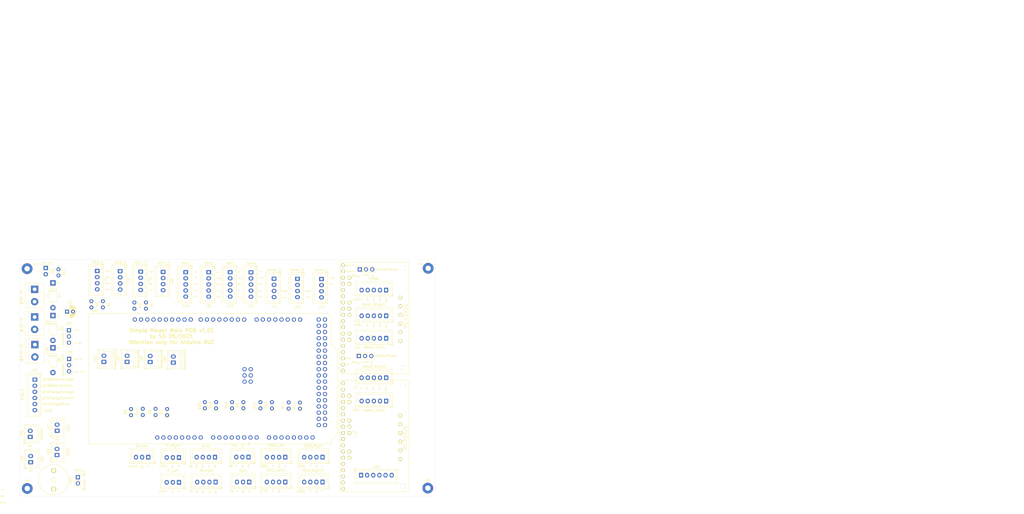
<source format=kicad_pcb>
(kicad_pcb (version 20171130) (host pcbnew "(5.1.9)-1")
  (layers (0 F.Cu signal) (31 B.Cu signal) (34 B.Paste user) (35 F.Paste user) (36 B.SilkS user) (37 F.SilkS user) (38 B.Mask user) (39 F.Mask user) (44 Edge.Cuts user))
  (net 0 "")
  (net 1 SCL1)
  (net 2 SDA1)
  (net 3 GND)
  (net 4 +9V)
  (net 5 pinMotorRightSense)
  (net 6 pinMotorRightFault)
  (net 7 IOREV)
  (net 8 pinMotorRightPWM)
  (net 9 pinMotorEnable)
  (net 10 pinMotorRightDir)
  (net 11 pinMotorLeftSense)
  (net 12 pinMotorLeftFault)
  (net 13 pinMotorLeftPWM)
  (net 14 pinMotorLeftDir)
  (net 15 pinMotorMowSense)
  (net 16 pinMotorMowFault)
  (net 17 pinMotorMowPWM)
  (net 18 pinMotorMowDir)
  (net 19 pinMotorMowEnable)
  (net 20 pinDropLeft)
  (net 21 pinBumperLeft)
  (net 22 pinBumperRight)
  (net 23 pinDropRight)
  (net 24 pinBuzzer)
  (net 25 pinButton)
  (net 26 pinUserSwitch3)
  (net 27 pinUserSwitch2)
  (net 28 pinUserSwitch1)
  (net 29 pinRain)
  (net 30 pinSonarLeftEcho)
  (net 31 pinTilt)
  (net 32 pinSonarLeftTrigger)
  (net 33 pinSonarRightEcho)
  (net 34 pinSonarRightTrigger)
  (net 35 pinSonarCenterTrigger)
  (net 36 pinSonarCenterEcho)
  (net 37 pinChargeVoltage)
  (net 38 pinChargeCurrent)
  (net 39 pinPerimeterLeft)
  (net 40 pinPerimeterRight)
  (net 41 pinBatteryVoltage)
  (net 42 pinBatterySwitch)
  (net 43 SCL0)
  (net 44 SDA0)
  (net 45 "Net-(C1-Pad2)")
  (net 46 TX0)
  (net 47 RX0)
  (net 48 TX2)
  (net 49 RX2)
  (net 50 TX1)
  (net 51 RX1)
  (net 52 +5V)
  (net 53 +3V3)
  (net 54 "Net-(D1-Pad2)")
  (net 55 "Net-(D2-Pad2)")
  (net 56 "Net-(J13-Pad3)")
  (net 57 "Net-(JP2-Pad2)")
  (net 58 "Net-(J26-Pad1)")
  (net 59 "Net-(J19-Pad3)")
  (net 60 "Net-(J27-Pad1)")
  (net 61 "Net-(J28-Pad1)")
  (net 62 "Net-(D7-Pad2)")
  (net 63 "Net-(D7-Pad1)")
  (net 64 "Net-(D8-Pad2)")
  (net 65 "Net-(D8-Pad1)")
  (net 66 DUE_5V)
  (net 67 DUE_3.3V)
  (net 68 RX3)
  (net 69 TX3)
  (net 70 pinReserveA10)
  (net 71 pinReserveD9)
  (net 72 pinReserveD8)
  (net 73 "Net-(J38-Pad1)")
  (net 74 "Net-(J39-Pad1)")
  (net 75 pinOdometryRight)
  (net 76 pinOdometryLeft)
  (net 77 "Net-(J42-Pad1)")
  (net 78 pinOdometryRight2)
  (net 79 pinOdometryLeft2)
  (net 80 pinMotorRight2Dir)
  (net 81 pinMotorRight2PWM)
  (net 82 pinMotorLeft2Dir)
  (net 83 pinMotorLeft2PWM)
  (net 84 pinMotorRight2Enable)
  (net 85 pinMotorLeft2Enable)
  (net 86 pinReserveD13)
  (net 87 pinMotorLeftEnable)
  (net 88 pinMotorMow1Sense)
  (net 89 pinChargeEnable)
  (net 90 pinUserOut4)
  (net 91 pinUserOut3)
  (net 92 pinUserOut2)
  (net 93 pinUserOut1)
  (module "" (layer F.Cu) (at 101.6 -71.247)
    (fp_text reference "" (at 198.882 63.119) (layer F.SilkS) (effects (font (size 1.27 1.27))))
    (fp_text value "" (at 198.882 63.119) (layer F.SilkS) (effects (font (size 1.27 1.27))))
    (fp_text user MC33926 (at 94.742 178.816 90) (layer F.SilkS) (effects (font (size 1.5 1.5))))
  )
  (module "" (layer F.Cu) (at 201.549 64.897)
    (fp_text reference "" (at 198.882 63.119) (layer F.SilkS) (effects (font (size 1.27 1.27))))
    (fp_text value "" (at 198.882 63.119) (layer F.SilkS) (effects (font (size 1.27 1.27))))
  )
  (module "" (layer F.Cu) (at 233.934 59.817)
    (fp_text reference "" (at 198.882 63.119) (layer F.SilkS) (effects (font (size 1.27 1.27))))
    (fp_text value "" (at 198.882 63.119) (layer F.SilkS) (effects (font (size 1.27 1.27))))
  )
  (module "" (layer F.Cu) (at 199.009 68.707)
    (fp_text reference "" (at 198.882 63.119) (layer F.SilkS) (effects (font (size 1.27 1.27))))
    (fp_text value "" (at 198.882 63.119) (layer F.SilkS) (effects (font (size 1.27 1.27))))
  )
  (module "" (layer F.Cu) (at 198.882 63.119)
    (fp_text reference "" (at 250.19 72.39) (layer F.SilkS) (effects (font (size 1.27 1.27))))
    (fp_text value "" (at 250.19 72.39) (layer F.SilkS) (effects (font (size 1.27 1.27))))
  )
  (module Connector_JST:JST_XH_B6B-XH-A_1x06_P2.50mm_Vertical (layer F.Cu) (at 178.308 122.936)
    (fp_text reference J20 (at 6.25 -3.55) (layer F.SilkS))
    (fp_text value UserOut)
    (pad 6 thru_hole oval (at 12.5 0) (size 1.7 1.95) (drill 0.95) (layers *.Cu *.Mask) (net 90 pinUserOut4))
    (pad 5 thru_hole oval (at 10 0) (size 1.7 1.95) (drill 0.95) (layers *.Cu *.Mask) (net 91 pinUserOut3))
    (pad 4 thru_hole oval (at 7.5 0) (size 1.7 1.95) (drill 0.95) (layers *.Cu *.Mask) (net 92 pinUserOut2))
    (pad 3 thru_hole oval (at 5 0) (size 1.7 1.95) (drill 0.95) (layers *.Cu *.Mask) (net 93 pinUserOut1))
    (pad 2 thru_hole oval (at 2.5 0) (size 1.7 1.95) (drill 0.95) (layers *.Cu *.Mask) (net 53 +3V3))
    (pad 1 thru_hole roundrect (at 0 0) (size 1.7 1.95) (drill 0.95) (layers *.Cu *.Mask) (roundrect_rratio 0.147059) (net 3 GND))
  )
  (module Connector_JST:JST_XH_B5B-XH-A_1x05_P2.50mm_Vertical (layer F.Cu) (at 188.543 47.182 180)
    (fp_text reference J42 (at 12.14 -3.745 180) (layer F.SilkS))
    (fp_text value Cutter (at 4.97 4.72) (layer F.SilkS))
    (pad 5 thru_hole oval (at 10 0 180) (size 1.7 1.95) (drill 0.95) (layers *.Cu *.Mask) (net 19 pinMotorMowEnable))
    (pad 4 thru_hole oval (at 7.5 0 180) (size 1.7 1.95) (drill 0.95) (layers *.Cu *.Mask) (net 18 pinMotorMowDir))
    (pad 3 thru_hole oval (at 5 0 180) (size 1.7 1.95) (drill 0.95) (layers *.Cu *.Mask) (net 17 pinMotorMowPWM))
    (pad 2 thru_hole oval (at 2.5 0 180) (size 1.7 1.95) (drill 0.95) (layers *.Cu *.Mask) (net 3 GND))
    (pad 1 thru_hole roundrect (at 0 0 180) (size 1.7 1.95) (drill 0.95) (layers *.Cu *.Mask) (roundrect_rratio 0.1470588235294118) (net 77 "Net-(J42-Pad1)"))
  )
  (module Connector_JST:JST_XH_B5B-XH-A_1x05_P2.50mm_Vertical (layer F.Cu) (at 188.555 66.929 180)
    (fp_text reference J41 (at 11.87 -3.813 180) (layer F.SilkS))
    (fp_text value Motor_Left1 (at 4.87 -3.67) (layer F.SilkS))
    (pad 5 thru_hole oval (at 10 0 180) (size 1.7 1.95) (drill 0.95) (layers *.Cu *.Mask) (net 87 pinMotorLeftEnable))
    (pad 4 thru_hole oval (at 7.5 0 180) (size 1.7 1.95) (drill 0.95) (layers *.Cu *.Mask) (net 14 pinMotorLeftDir))
    (pad 3 thru_hole oval (at 5 0 180) (size 1.7 1.95) (drill 0.95) (layers *.Cu *.Mask) (net 13 pinMotorLeftPWM))
    (pad 2 thru_hole oval (at 2.5 0 180) (size 1.7 1.95) (drill 0.95) (layers *.Cu *.Mask) (net 3 GND))
    (pad 1 thru_hole roundrect (at 0 0 180) (size 1.7 1.95) (drill 0.95) (layers *.Cu *.Mask) (roundrect_rratio 0.1470588235294118) (net 58 "Net-(J26-Pad1)"))
  )
  (module Connector_JST:JST_XH_B5B-XH-A_1x05_P2.50mm_Vertical (layer F.Cu) (at 188.568 57.725 180)
    (fp_text reference J40 (at 11.911 -3.743 180) (layer F.SilkS))
    (fp_text value Motor_Right1 (at 5.053 4.639) (layer F.SilkS))
    (pad 5 thru_hole oval (at 10 0 180) (size 1.7 1.95) (drill 0.95) (layers *.Cu *.Mask) (net 9 pinMotorEnable))
    (pad 4 thru_hole oval (at 7.5 0 180) (size 1.7 1.95) (drill 0.95) (layers *.Cu *.Mask) (net 10 pinMotorRightDir))
    (pad 3 thru_hole oval (at 5 0 180) (size 1.7 1.95) (drill 0.95) (layers *.Cu *.Mask) (net 8 pinMotorRightPWM))
    (pad 2 thru_hole oval (at 2.5 0 180) (size 1.7 1.95) (drill 0.95) (layers *.Cu *.Mask) (net 3 GND))
    (pad 1 thru_hole roundrect (at 0 0 180) (size 1.7 1.95) (drill 0.95) (layers *.Cu *.Mask) (roundrect_rratio 0.1470588235294118) (net 58 "Net-(J26-Pad1)"))
  )
  (module Connector_JST:JST_XH_B4B-XH-A_1x04_P2.50mm_Vertical (layer F.Cu) (at 162.56 115.57 180)
    (fp_text reference J39 (at 9.271 -3.683) (layer F.SilkS))
    (fp_text value ODO_Right (at 3.75 4.6) (layer F.SilkS))
    (pad 4 thru_hole oval (at 7.5 0 180) (size 1.7 1.95) (drill 0.95) (layers *.Cu *.Mask) (net 53 +3V3))
    (pad 3 thru_hole oval (at 5 0 180) (size 1.7 1.95) (drill 0.95) (layers *.Cu *.Mask) (net 52 +5V))
    (pad 2 thru_hole oval (at 2.5 0 180) (size 1.7 1.95) (drill 0.95) (layers *.Cu *.Mask) (net 3 GND))
    (pad 1 thru_hole roundrect (at 0 0 180) (size 1.7 1.95) (drill 0.95) (layers *.Cu *.Mask) (roundrect_rratio 0.1470588235294118) (net 74 "Net-(J39-Pad1)"))
  )
  (module Connector_JST:JST_XH_B4B-XH-A_1x04_P2.50mm_Vertical (layer F.Cu) (at 147.32 115.57 180)
    (fp_text reference J38 (at 9.398 -3.683) (layer F.SilkS))
    (fp_text value ODO_Left (at 3.67 4.78) (layer F.SilkS))
    (pad 4 thru_hole oval (at 7.5 0 180) (size 1.7 1.95) (drill 0.95) (layers *.Cu *.Mask) (net 53 +3V3))
    (pad 3 thru_hole oval (at 5 0 180) (size 1.7 1.95) (drill 0.95) (layers *.Cu *.Mask) (net 52 +5V))
    (pad 2 thru_hole oval (at 2.5 0 180) (size 1.7 1.95) (drill 0.95) (layers *.Cu *.Mask) (net 3 GND))
    (pad 1 thru_hole roundrect (at 0 0 180) (size 1.7 1.95) (drill 0.95) (layers *.Cu *.Mask) (roundrect_rratio 0.1470588235294118) (net 73 "Net-(J38-Pad1)"))
  )
  (module Connector_JST:JST_XH_B2B-XH-A_1x02_P2.50mm_Vertical (layer F.Cu) (at 101.58 76.88 90)
    (fp_text reference J36 (at 1.25 -3.55 90) (layer F.SilkS))
    (fp_text value ReserveA10 (at 1.25 4.6 90) (layer F.SilkS))
    (pad 2 thru_hole oval (at 2.5 0 90) (size 1.7 2) (drill 1) (layers *.Cu *.Mask) (net 70 pinReserveA10))
    (pad 1 thru_hole roundrect (at 0 0 90) (size 1.7 2) (drill 1) (layers *.Cu *.Mask) (roundrect_rratio 0.1470588235294118) (net 3 GND))
  )
  (module Connector_JST:JST_XH_B2B-XH-A_1x02_P2.50mm_Vertical (layer F.Cu) (at 82.69 76.57 90)
    (fp_text reference J34 (at 1.25 -3.55 90) (layer F.SilkS))
    (fp_text value ReserveD9 (at 1.25 4.6 90) (layer F.SilkS))
    (pad 2 thru_hole oval (at 2.5 0 90) (size 1.7 2) (drill 1) (layers *.Cu *.Mask) (net 71 pinReserveD9))
    (pad 1 thru_hole roundrect (at 0 0 90) (size 1.7 2) (drill 1) (layers *.Cu *.Mask) (roundrect_rratio 0.1470588235294118) (net 3 GND))
  )
  (module Connector_JST:JST_XH_B2B-XH-A_1x02_P2.50mm_Vertical (layer F.Cu) (at 92.12 76.65 90)
    (fp_text reference J33 (at 1.25 -3.55 90) (layer F.SilkS))
    (fp_text value ReserveD8 (at 1.25 4.6 90) (layer F.SilkS))
    (pad 2 thru_hole oval (at 2.5 0 90) (size 1.7 2) (drill 1) (layers *.Cu *.Mask) (net 72 pinReserveD8))
    (pad 1 thru_hole roundrect (at 0 0 90) (size 1.7 2) (drill 1) (layers *.Cu *.Mask) (roundrect_rratio 0.1470588235294118) (net 3 GND))
  )
  (module Connector_JST:JST_XH_B2B-XH-A_1x02_P2.50mm_Vertical (layer F.Cu) (at 73.19 76.57 90)
    (fp_text reference J32 (at 1.25 -3.55 90) (layer F.SilkS))
    (fp_text value ReserveD13 (at 1.25 4.6 90) (layer F.SilkS))
    (pad 2 thru_hole oval (at 2.5 0 90) (size 1.7 2) (drill 1) (layers *.Cu *.Mask) (net 86 pinReserveD13))
    (pad 1 thru_hole roundrect (at 0 0 90) (size 1.7 2) (drill 1) (layers *.Cu *.Mask) (roundrect_rratio 0.1470588235294118) (net 3 GND))
  )
  (module Connector_JST:JST_XH_B5B-XH-A_1x05_P2.50mm_Vertical (layer F.Cu) (at 116.0488 39.8746 270)
    (fp_text reference J31 (at 13.76 0.08) (layer F.SilkS))
    (fp_text value Ser3 (at -3.65 0) (layer F.SilkS))
    (pad 5 thru_hole oval (at 10 0 270) (size 1.7 1.95) (drill 0.95) (layers *.Cu *.Mask) (net 68 RX3))
    (pad 4 thru_hole oval (at 7.5 0 270) (size 1.7 1.95) (drill 0.95) (layers *.Cu *.Mask) (net 69 TX3))
    (pad 3 thru_hole oval (at 5 0 270) (size 1.7 1.95) (drill 0.95) (layers *.Cu *.Mask) (net 3 GND))
    (pad 2 thru_hole oval (at 2.5 0 270) (size 1.7 1.95) (drill 0.95) (layers *.Cu *.Mask) (net 53 +3V3))
    (pad 1 thru_hole roundrect (at 0 0 270) (size 1.7 1.95) (drill 0.95) (layers *.Cu *.Mask) (roundrect_rratio 0.1470588235294118) (net 52 +5V))
  )
  (module Connector_JST:JST_XH_B4B-XH-A_1x04_P2.50mm_Vertical (layer F.Cu) (at 97.42 39.77 270)
    (fp_text reference J30 (at 3.75 -3.55 90) (layer F.SilkS))
    (fp_text value I2C1_2 (at -3.65 -0.02) (layer F.SilkS))
    (pad 4 thru_hole oval (at 7.5 0 270) (size 1.7 1.95) (drill 0.95) (layers *.Cu *.Mask) (net 1 SCL1))
    (pad 3 thru_hole oval (at 5 0 270) (size 1.7 1.95) (drill 0.95) (layers *.Cu *.Mask) (net 2 SDA1))
    (pad 2 thru_hole oval (at 2.5 0 270) (size 1.7 1.95) (drill 0.95) (layers *.Cu *.Mask) (net 3 GND))
    (pad 1 thru_hole roundrect (at 0 0 270) (size 1.7 1.95) (drill 0.95) (layers *.Cu *.Mask) (roundrect_rratio 0.1470588235294118) (net 53 +3V3))
  )
  (module Connector_JST:JST_XH_B4B-XH-A_1x04_P2.50mm_Vertical (layer F.Cu) (at 162.56 125.73 180)
    (fp_text reference J28 (at 9.525 -3.683) (layer F.SilkS))
    (fp_text value ODO_Right2 (at 3.8 4.72) (layer F.SilkS))
    (pad 4 thru_hole oval (at 7.5 0 180) (size 1.7 1.95) (drill 0.95) (layers *.Cu *.Mask) (net 53 +3V3))
    (pad 3 thru_hole oval (at 5 0 180) (size 1.7 1.95) (drill 0.95) (layers *.Cu *.Mask) (net 52 +5V))
    (pad 2 thru_hole oval (at 2.5 0 180) (size 1.7 1.95) (drill 0.95) (layers *.Cu *.Mask) (net 3 GND))
    (pad 1 thru_hole roundrect (at 0 0 180) (size 1.7 1.95) (drill 0.95) (layers *.Cu *.Mask) (roundrect_rratio 0.1470588235294118) (net 61 "Net-(J28-Pad1)"))
  )
  (module Connector_JST:JST_XH_B4B-XH-A_1x04_P2.50mm_Vertical (layer F.Cu) (at 147.32 125.73 180)
    (fp_text reference J27 (at 9.398 -3.683) (layer F.SilkS))
    (fp_text value ODO_Left2 (at 3.79 4.79) (layer F.SilkS))
    (pad 4 thru_hole oval (at 7.5 0 180) (size 1.7 1.95) (drill 0.95) (layers *.Cu *.Mask) (net 53 +3V3))
    (pad 3 thru_hole oval (at 5 0 180) (size 1.7 1.95) (drill 0.95) (layers *.Cu *.Mask) (net 52 +5V))
    (pad 2 thru_hole oval (at 2.5 0 180) (size 1.7 1.95) (drill 0.95) (layers *.Cu *.Mask) (net 3 GND))
    (pad 1 thru_hole roundrect (at 0 0 180) (size 1.7 1.95) (drill 0.95) (layers *.Cu *.Mask) (roundrect_rratio 0.1470588235294118) (net 60 "Net-(J27-Pad1)"))
  )
  (module Connector_JST:JST_XH_B5B-XH-A_1x05_P2.50mm_Vertical (layer F.Cu) (at 188.555 92.583 180)
    (fp_text reference J26 (at 12.398 -3.645 180) (layer F.SilkS))
    (fp_text value Motor_Left2 (at 4.913 -3.81) (layer F.SilkS))
    (pad 5 thru_hole oval (at 10 0 180) (size 1.7 1.95) (drill 0.95) (layers *.Cu *.Mask) (net 85 pinMotorLeft2Enable))
    (pad 4 thru_hole oval (at 7.5 0 180) (size 1.7 1.95) (drill 0.95) (layers *.Cu *.Mask) (net 82 pinMotorLeft2Dir))
    (pad 3 thru_hole oval (at 5 0 180) (size 1.7 1.95) (drill 0.95) (layers *.Cu *.Mask) (net 83 pinMotorLeft2PWM))
    (pad 2 thru_hole oval (at 2.5 0 180) (size 1.7 1.95) (drill 0.95) (layers *.Cu *.Mask) (net 3 GND))
    (pad 1 thru_hole roundrect (at 0 0 180) (size 1.7 1.95) (drill 0.95) (layers *.Cu *.Mask) (roundrect_rratio 0.1470588235294118) (net 58 "Net-(J26-Pad1)"))
  )
  (module Connector_JST:JST_XH_B5B-XH-A_1x05_P2.50mm_Vertical (layer F.Cu) (at 106.641 39.87 270)
    (fp_text reference J24 (at 13.7 -0.01) (layer F.SilkS))
    (fp_text value Ser2 (at -3.65 0) (layer F.SilkS))
    (pad 5 thru_hole oval (at 10 0 270) (size 1.7 1.95) (drill 0.95) (layers *.Cu *.Mask) (net 49 RX2))
    (pad 4 thru_hole oval (at 7.5 0 270) (size 1.7 1.95) (drill 0.95) (layers *.Cu *.Mask) (net 48 TX2))
    (pad 3 thru_hole oval (at 5 0 270) (size 1.7 1.95) (drill 0.95) (layers *.Cu *.Mask) (net 3 GND))
    (pad 2 thru_hole oval (at 2.5 0 270) (size 1.7 1.95) (drill 0.95) (layers *.Cu *.Mask) (net 4 +9V))
    (pad 1 thru_hole roundrect (at 0 0 270) (size 1.7 1.95) (drill 0.95) (layers *.Cu *.Mask) (roundrect_rratio 0.1470588235294118) (net 52 +5V))
  )
  (module Connector_JST:JST_XH_B5B-XH-A_1x05_P2.50mm_Vertical (layer F.Cu) (at 124.82 39.87 270)
    (fp_text reference J23 (at 13.7 -0.06) (layer F.SilkS))
    (fp_text value Ser1 (at -3.65 0) (layer F.SilkS))
    (pad 5 thru_hole oval (at 10 0 270) (size 1.7 1.95) (drill 0.95) (layers *.Cu *.Mask) (net 51 RX1))
    (pad 4 thru_hole oval (at 7.5 0 270) (size 1.7 1.95) (drill 0.95) (layers *.Cu *.Mask) (net 50 TX1))
    (pad 3 thru_hole oval (at 5 0 270) (size 1.7 1.95) (drill 0.95) (layers *.Cu *.Mask) (net 3 GND))
    (pad 2 thru_hole oval (at 2.5 0 270) (size 1.7 1.95) (drill 0.95) (layers *.Cu *.Mask) (net 53 +3V3))
    (pad 1 thru_hole roundrect (at 0 0 270) (size 1.7 1.95) (drill 0.95) (layers *.Cu *.Mask) (roundrect_rratio 0.1470588235294118) (net 52 +5V))
  )
  (module Connector_JST:JST_XH_B5B-XH-A_1x05_P2.50mm_Vertical (layer F.Cu) (at 133.31 39.92 270)
    (fp_text reference J22 (at 13.76 0) (layer F.SilkS))
    (fp_text value Ser0 (at -3.64 -0.06) (layer F.SilkS))
    (pad 5 thru_hole oval (at 10 0 270) (size 1.7 1.95) (drill 0.95) (layers *.Cu *.Mask) (net 47 RX0))
    (pad 4 thru_hole oval (at 7.5 0 270) (size 1.7 1.95) (drill 0.95) (layers *.Cu *.Mask) (net 46 TX0))
    (pad 3 thru_hole oval (at 5 0 270) (size 1.7 1.95) (drill 0.95) (layers *.Cu *.Mask) (net 3 GND))
    (pad 2 thru_hole oval (at 2.5 0 270) (size 1.7 1.95) (drill 0.95) (layers *.Cu *.Mask) (net 53 +3V3))
    (pad 1 thru_hole roundrect (at 0 0 270) (size 1.7 1.95) (drill 0.95) (layers *.Cu *.Mask) (roundrect_rratio 0.1470588235294118) (net 52 +5V))
  )
  (module Connector_JST:JST_XH_B6B-XH-A_1x06_P2.50mm_Vertical (layer F.Cu) (at 44.97 83.83 270)
    (fp_text reference J21 (at -3.82 0) (layer F.SilkS))
    (fp_text value PCB_2 (at 6.2 5.09 90) (layer F.SilkS))
    (pad 6 thru_hole oval (at 12.5 0 270) (size 1.7 1.95) (drill 0.95) (layers *.Cu *.Mask) (net 53 +3V3))
    (pad 5 thru_hole oval (at 10 0 270) (size 1.7 1.95) (drill 0.95) (layers *.Cu *.Mask) (net 89 pinChargeEnable))
    (pad 4 thru_hole oval (at 7.5 0 270) (size 1.7 1.95) (drill 0.95) (layers *.Cu *.Mask) (net 38 pinChargeCurrent))
    (pad 3 thru_hole oval (at 5 0 270) (size 1.7 1.95) (drill 0.95) (layers *.Cu *.Mask) (net 37 pinChargeVoltage))
    (pad 2 thru_hole oval (at 2.5 0 270) (size 1.7 1.95) (drill 0.95) (layers *.Cu *.Mask) (net 42 pinBatterySwitch))
    (pad 1 thru_hole roundrect (at 0 0 270) (size 1.7 1.95) (drill 0.95) (layers *.Cu *.Mask) (roundrect_rratio 0.1470588235294118) (net 41 pinBatteryVoltage))
  )
  (module Connector_JST:JST_XH_B3B-XH-A_1x03_P2.50mm_Vertical (layer F.Cu) (at 103.886 125.857 180)
    (fp_text reference J19 (at 7.112 -3.556) (layer F.SilkS))
    (fp_text value P_Left (at 2.46 4.7) (layer F.SilkS))
    (pad 3 thru_hole oval (at 5 0 180) (size 1.7 1.95) (drill 0.95) (layers *.Cu *.Mask) (net 59 "Net-(J19-Pad3)"))
    (pad 2 thru_hole oval (at 2.5 0 180) (size 1.7 1.95) (drill 0.95) (layers *.Cu *.Mask) (net 3 GND))
    (pad 1 thru_hole roundrect (at 0 0 180) (size 1.7 1.95) (drill 0.95) (layers *.Cu *.Mask) (roundrect_rratio 0.1470588235294118) (net 52 +5V))
  )
  (module Connector_JST:JST_XH_B2B-XH-A_1x02_P2.50mm_Vertical (layer F.Cu) (at 54.03 114.69 90)
    (fp_text reference J18 (at 1.25 -3.55 90) (layer F.SilkS))
    (fp_text value US3 (at 1.25 4.6 90) (layer F.SilkS))
    (pad 2 thru_hole oval (at 2.5 0 90) (size 1.7 2) (drill 1) (layers *.Cu *.Mask) (net 26 pinUserSwitch3))
    (pad 1 thru_hole roundrect (at 0 0 90) (size 1.7 2) (drill 1) (layers *.Cu *.Mask) (roundrect_rratio 0.1470588235294118) (net 3 GND))
  )
  (module Connector_JST:JST_XH_B2B-XH-A_1x02_P2.50mm_Vertical (layer F.Cu) (at 54.09 104.75 90)
    (fp_text reference J17 (at 1.25 -3.55 90) (layer F.SilkS))
    (fp_text value US2 (at 1.25 4.6 90) (layer F.SilkS))
    (pad 2 thru_hole oval (at 2.5 0 90) (size 1.7 2) (drill 1) (layers *.Cu *.Mask) (net 27 pinUserSwitch2))
    (pad 1 thru_hole roundrect (at 0 0 90) (size 1.7 2) (drill 1) (layers *.Cu *.Mask) (roundrect_rratio 0.1470588235294118) (net 3 GND))
  )
  (module Connector_JST:JST_XH_B2B-XH-A_1x02_P2.50mm_Vertical (layer F.Cu) (at 43.27 117.6 90)
    (fp_text reference J16 (at 1.25 -3.55 90) (layer F.SilkS))
    (fp_text value US1 (at 1.25 4.6 90) (layer F.SilkS))
    (pad 2 thru_hole oval (at 2.5 0 90) (size 1.7 2) (drill 1) (layers *.Cu *.Mask) (net 28 pinUserSwitch1))
    (pad 1 thru_hole roundrect (at 0 0 90) (size 1.7 2) (drill 1) (layers *.Cu *.Mask) (roundrect_rratio 0.1470588235294118) (net 3 GND))
  )
  (module Connector_JST:JST_XH_B2B-XH-A_1x02_P2.50mm_Vertical (layer F.Cu) (at 43.09 107.28 90)
    (fp_text reference J15 (at 1.25 -3.55 90) (layer F.SilkS))
    (fp_text value Button (at 1.25 4.6 90) (layer F.SilkS))
    (pad 2 thru_hole oval (at 2.5 0 90) (size 1.7 2) (drill 1) (layers *.Cu *.Mask) (net 25 pinButton))
    (pad 1 thru_hole roundrect (at 0 0 90) (size 1.7 2) (drill 1) (layers *.Cu *.Mask) (roundrect_rratio 0.1470588235294118) (net 3 GND))
  )
  (module Connector_JST:JST_XH_B3B-XH-A_1x03_P2.50mm_Vertical (layer F.Cu) (at 91.313 115.57 180)
    (fp_text reference J14 (at 6.985 -3.683) (layer F.SilkS))
    (fp_text value Buzzer (at 2.5 4.6) (layer F.SilkS))
    (pad 3 thru_hole oval (at 5 0 180) (size 1.7 1.95) (drill 0.95) (layers *.Cu *.Mask) (net 24 pinBuzzer))
    (pad 2 thru_hole oval (at 2.5 0 180) (size 1.7 1.95) (drill 0.95) (layers *.Cu *.Mask) (net 3 GND))
    (pad 1 thru_hole roundrect (at 0 0 180) (size 1.7 1.95) (drill 0.95) (layers *.Cu *.Mask) (roundrect_rratio 0.1470588235294118) (net 52 +5V))
  )
  (module Connector_JST:JST_XH_B3B-XH-A_1x03_P2.50mm_Vertical (layer F.Cu) (at 103.886 115.697 180)
    (fp_text reference J13 (at 6.858 -3.55) (layer F.SilkS))
    (fp_text value P_Right (at 2.36 4.82) (layer F.SilkS))
    (pad 3 thru_hole oval (at 5 0 180) (size 1.7 1.95) (drill 0.95) (layers *.Cu *.Mask) (net 56 "Net-(J13-Pad3)"))
    (pad 2 thru_hole oval (at 2.5 0 180) (size 1.7 1.95) (drill 0.95) (layers *.Cu *.Mask) (net 3 GND))
    (pad 1 thru_hole roundrect (at 0 0 180) (size 1.7 1.95) (drill 0.95) (layers *.Cu *.Mask) (roundrect_rratio 0.1470588235294118) (net 52 +5V))
  )
  (module Connector_JST:JST_XH_B4B-XH-A_1x04_P2.50mm_Vertical (layer F.Cu) (at 162.14 42.67 270)
    (fp_text reference J12 (at 11.39 0.09) (layer F.SilkS))
    (fp_text value Sonar_L (at -3.74 0.18) (layer F.SilkS))
    (pad 4 thru_hole oval (at 7.5 0 270) (size 1.7 1.95) (drill 0.95) (layers *.Cu *.Mask) (net 30 pinSonarLeftEcho))
    (pad 3 thru_hole oval (at 5 0 270) (size 1.7 1.95) (drill 0.95) (layers *.Cu *.Mask) (net 32 pinSonarLeftTrigger))
    (pad 2 thru_hole oval (at 2.5 0 270) (size 1.7 1.95) (drill 0.95) (layers *.Cu *.Mask) (net 3 GND))
    (pad 1 thru_hole roundrect (at 0 0 270) (size 1.7 1.95) (drill 0.95) (layers *.Cu *.Mask) (roundrect_rratio 0.1470588235294118) (net 53 +3V3))
  )
  (module Connector_JST:JST_XH_B4B-XH-A_1x04_P2.50mm_Vertical (layer F.Cu) (at 142.76 42.55 270)
    (fp_text reference J11 (at 11.33 -0.04) (layer F.SilkS))
    (fp_text value Sonar_C (at -3.7 0) (layer F.SilkS))
    (pad 4 thru_hole oval (at 7.5 0 270) (size 1.7 1.95) (drill 0.95) (layers *.Cu *.Mask) (net 36 pinSonarCenterEcho))
    (pad 3 thru_hole oval (at 5 0 270) (size 1.7 1.95) (drill 0.95) (layers *.Cu *.Mask) (net 35 pinSonarCenterTrigger))
    (pad 2 thru_hole oval (at 2.5 0 270) (size 1.7 1.95) (drill 0.95) (layers *.Cu *.Mask) (net 3 GND))
    (pad 1 thru_hole roundrect (at 0 0 270) (size 1.7 1.95) (drill 0.95) (layers *.Cu *.Mask) (roundrect_rratio 0.1470588235294118) (net 53 +3V3))
  )
  (module Connector_JST:JST_XH_B4B-XH-A_1x04_P2.50mm_Vertical (layer F.Cu) (at 152.33 42.58 270)
    (fp_text reference J10 (at 11.42 0.04) (layer F.SilkS))
    (fp_text value Sonar_R (at -3.68 0.26) (layer F.SilkS))
    (pad 4 thru_hole oval (at 7.5 0 270) (size 1.7 1.95) (drill 0.95) (layers *.Cu *.Mask) (net 33 pinSonarRightEcho))
    (pad 3 thru_hole oval (at 5 0 270) (size 1.7 1.95) (drill 0.95) (layers *.Cu *.Mask) (net 34 pinSonarRightTrigger))
    (pad 2 thru_hole oval (at 2.5 0 270) (size 1.7 1.95) (drill 0.95) (layers *.Cu *.Mask) (net 3 GND))
    (pad 1 thru_hole roundrect (at 0 0 270) (size 1.7 1.95) (drill 0.95) (layers *.Cu *.Mask) (roundrect_rratio 0.1470588235294118) (net 53 +3V3))
  )
  (module Connector_JST:JST_XH_B3B-XH-A_1x03_P2.50mm_Vertical (layer F.Cu) (at 132.588 125.73 180)
    (fp_text reference J9 (at 7.366 -3.683) (layer F.SilkS))
    (fp_text value Rain (at 2.5 4.6) (layer F.SilkS))
    (pad 3 thru_hole oval (at 5 0 180) (size 1.7 1.95) (drill 0.95) (layers *.Cu *.Mask) (net 29 pinRain))
    (pad 2 thru_hole oval (at 2.5 0 180) (size 1.7 1.95) (drill 0.95) (layers *.Cu *.Mask) (net 3 GND))
    (pad 1 thru_hole roundrect (at 0 0 180) (size 1.7 1.95) (drill 0.95) (layers *.Cu *.Mask) (roundrect_rratio 0.1470588235294118) (net 53 +3V3))
  )
  (module Connector_JST:JST_XH_B3B-XH-A_1x03_P2.50mm_Vertical (layer F.Cu) (at 132.305 115.521 180)
    (fp_text reference J8 (at 7.337 -3.605) (layer F.SilkS))
    (fp_text value Tilt (at 5.94 4.65 180) (layer F.SilkS))
    (pad 3 thru_hole oval (at 5 0 180) (size 1.7 1.95) (drill 0.95) (layers *.Cu *.Mask) (net 31 pinTilt))
    (pad 2 thru_hole oval (at 2.5 0 180) (size 1.7 1.95) (drill 0.95) (layers *.Cu *.Mask) (net 3 GND))
    (pad 1 thru_hole roundrect (at 0 0 180) (size 1.7 1.95) (drill 0.95) (layers *.Cu *.Mask) (roundrect_rratio 0.1470588235294118) (net 53 +3V3))
  )
  (module Connector_JST:JST_XH_B5B-XH-A_1x05_P2.50mm_Vertical (layer F.Cu) (at 188.561 83.074 180)
    (fp_text reference J7 (at 12.539 -3.921 180) (layer F.SilkS))
    (fp_text value Motor_Right2 (at 4.919 4.588) (layer F.SilkS))
    (pad 5 thru_hole oval (at 10 0 180) (size 1.7 1.95) (drill 0.95) (layers *.Cu *.Mask) (net 84 pinMotorRight2Enable))
    (pad 4 thru_hole oval (at 7.5 0 180) (size 1.7 1.95) (drill 0.95) (layers *.Cu *.Mask) (net 80 pinMotorRight2Dir))
    (pad 3 thru_hole oval (at 5 0 180) (size 1.7 1.95) (drill 0.95) (layers *.Cu *.Mask) (net 81 pinMotorRight2PWM))
    (pad 2 thru_hole oval (at 2.5 0 180) (size 1.7 1.95) (drill 0.95) (layers *.Cu *.Mask) (net 3 GND))
    (pad 1 thru_hole roundrect (at 0 0 180) (size 1.7 1.95) (drill 0.95) (layers *.Cu *.Mask) (roundrect_rratio 0.1470588235294118) (net 58 "Net-(J26-Pad1)"))
  )
  (module Connector_JST:JST_XH_B4B-XH-A_1x04_P2.50mm_Vertical (layer F.Cu) (at 118.618 115.57 180)
    (fp_text reference J6 (at 9.906 -3.683) (layer F.SilkS))
    (fp_text value Drop (at 3.75 4.6) (layer F.SilkS))
    (pad 4 thru_hole oval (at 7.5 0 180) (size 1.7 1.95) (drill 0.95) (layers *.Cu *.Mask) (net 20 pinDropLeft))
    (pad 3 thru_hole oval (at 5 0 180) (size 1.7 1.95) (drill 0.95) (layers *.Cu *.Mask) (net 3 GND))
    (pad 2 thru_hole oval (at 2.5 0 180) (size 1.7 1.95) (drill 0.95) (layers *.Cu *.Mask) (net 23 pinDropRight))
    (pad 1 thru_hole roundrect (at 0 0 180) (size 1.7 1.95) (drill 0.95) (layers *.Cu *.Mask) (roundrect_rratio 0.1470588235294118) (net 3 GND))
  )
  (module Connector_JST:JST_XH_B4B-XH-A_1x04_P2.50mm_Vertical (layer F.Cu) (at 118.836 125.76 180)
    (fp_text reference J5 (at 10.124 -3.653) (layer F.SilkS))
    (fp_text value Bumper (at 3.52 4.729) (layer F.SilkS))
    (pad 4 thru_hole oval (at 7.5 0 180) (size 1.7 1.95) (drill 0.95) (layers *.Cu *.Mask) (net 21 pinBumperLeft))
    (pad 3 thru_hole oval (at 5 0 180) (size 1.7 1.95) (drill 0.95) (layers *.Cu *.Mask) (net 3 GND))
    (pad 2 thru_hole oval (at 2.5 0 180) (size 1.7 1.95) (drill 0.95) (layers *.Cu *.Mask) (net 22 pinBumperRight))
    (pad 1 thru_hole roundrect (at 0 0 180) (size 1.7 1.95) (drill 0.95) (layers *.Cu *.Mask) (roundrect_rratio 0.1470588235294118) (net 3 GND))
  )
  (module Connector_JST:JST_XH_B4B-XH-A_1x04_P2.50mm_Vertical (layer F.Cu) (at 88.24 39.66 270)
    (fp_text reference J4 (at 3.75 -3.55 90) (layer F.SilkS))
    (fp_text value I2C1_1 (at -3.62 -0.1) (layer F.SilkS))
    (pad 4 thru_hole oval (at 7.5 0 270) (size 1.7 1.95) (drill 0.95) (layers *.Cu *.Mask) (net 1 SCL1))
    (pad 3 thru_hole oval (at 5 0 270) (size 1.7 1.95) (drill 0.95) (layers *.Cu *.Mask) (net 2 SDA1))
    (pad 2 thru_hole oval (at 2.5 0 270) (size 1.7 1.95) (drill 0.95) (layers *.Cu *.Mask) (net 3 GND))
    (pad 1 thru_hole roundrect (at 0 0 270) (size 1.7 1.95) (drill 0.95) (layers *.Cu *.Mask) (roundrect_rratio 0.1470588235294118) (net 53 +3V3))
  )
  (module Connector_JST:JST_XH_B4B-XH-A_1x04_P2.50mm_Vertical (layer F.Cu) (at 79.86 39.47 270)
    (fp_text reference J3 (at 3.75 -3.55 90) (layer F.SilkS))
    (fp_text value I2C0_2 (at -3.57 0.13) (layer F.SilkS))
    (pad 4 thru_hole oval (at 7.5 0 270) (size 1.7 1.95) (drill 0.95) (layers *.Cu *.Mask) (net 43 SCL0))
    (pad 3 thru_hole oval (at 5 0 270) (size 1.7 1.95) (drill 0.95) (layers *.Cu *.Mask) (net 44 SDA0))
    (pad 2 thru_hole oval (at 2.5 0 270) (size 1.7 1.95) (drill 0.95) (layers *.Cu *.Mask) (net 3 GND))
    (pad 1 thru_hole roundrect (at 0 0 270) (size 1.7 1.95) (drill 0.95) (layers *.Cu *.Mask) (roundrect_rratio 0.1470588235294118) (net 53 +3V3))
  )
  (module Connector_JST:JST_XH_B4B-XH-A_1x04_P2.50mm_Vertical (layer F.Cu) (at 70.48 39.38 270)
    (fp_text reference J2 (at 3.75 -3.55 90) (layer F.SilkS))
    (fp_text value I2C0_1 (at -3.61 -0.09) (layer F.SilkS))
    (pad 4 thru_hole oval (at 7.5 0 270) (size 1.7 1.95) (drill 0.95) (layers *.Cu *.Mask) (net 43 SCL0))
    (pad 3 thru_hole oval (at 5 0 270) (size 1.7 1.95) (drill 0.95) (layers *.Cu *.Mask) (net 44 SDA0))
    (pad 2 thru_hole oval (at 2.5 0 270) (size 1.7 1.95) (drill 0.95) (layers *.Cu *.Mask) (net 3 GND))
    (pad 1 thru_hole roundrect (at 0 0 270) (size 1.7 1.95) (drill 0.95) (layers *.Cu *.Mask) (roundrect_rratio 0.1470588235294118) (net 53 +3V3))
  )
  (module Resistor_THT:R_Axial_DIN0207_L6.3mm_D2.5mm_P2.54mm_Vertical (layer F.Cu) (at 137.16 95.58 90)
    (fp_text reference R21 (at 1.27 -2.37 90) (layer F.SilkS))
    (fp_text value 1,5KO)
    (pad 2 thru_hole oval (at 2.54 0 90) (size 1.6 1.6) (drill 0.8) (layers *.Cu *.Mask) (net 3 GND))
    (pad 1 thru_hole circle (at 0 0 90) (size 1.6 1.6) (drill 0.8) (layers *.Cu *.Mask) (net 61 "Net-(J28-Pad1)"))
  )
  (module Resistor_THT:R_Axial_DIN0207_L6.3mm_D2.5mm_P2.54mm_Vertical (layer F.Cu) (at 114.45 95.56 90)
    (fp_text reference R20 (at 1.01 -2.15 90) (layer F.SilkS))
    (fp_text value 1,5KO)
    (pad 2 thru_hole oval (at 2.54 0 90) (size 1.6 1.6) (drill 0.8) (layers *.Cu *.Mask) (net 3 GND))
    (pad 1 thru_hole circle (at 0 0 90) (size 1.6 1.6) (drill 0.8) (layers *.Cu *.Mask) (net 60 "Net-(J27-Pad1)"))
  )
  (module Resistor_THT:R_Axial_DIN0207_L6.3mm_D2.5mm_P2.54mm_Vertical (layer F.Cu) (at 141.89 95.6 90)
    (fp_text reference R19 (at 1.27 -2.37 90) (layer F.SilkS))
    (fp_text value 1KO)
    (pad 2 thru_hole oval (at 2.54 0 90) (size 1.6 1.6) (drill 0.8) (layers *.Cu *.Mask) (net 79 pinOdometryLeft2))
    (pad 1 thru_hole circle (at 0 0 90) (size 1.6 1.6) (drill 0.8) (layers *.Cu *.Mask) (net 61 "Net-(J28-Pad1)"))
  )
  (module Resistor_THT:R_Axial_DIN0207_L6.3mm_D2.5mm_P2.54mm_Vertical (layer F.Cu) (at 119.07 95.56 90)
    (fp_text reference R18 (at 1.27 -2.37 90) (layer F.SilkS))
    (fp_text value 1KO)
    (pad 2 thru_hole oval (at 2.54 0 90) (size 1.6 1.6) (drill 0.8) (layers *.Cu *.Mask) (net 78 pinOdometryRight2))
    (pad 1 thru_hole circle (at 0 0 90) (size 1.6 1.6) (drill 0.8) (layers *.Cu *.Mask) (net 60 "Net-(J27-Pad1)"))
  )
  (module Connector_PinSocket_2.54mm:PinSocket_1x03_P2.54mm_Vertical (layer F.Cu) (at 177.8 38.735 90)
    (fp_text reference JP5 (at -2.667 -2.286 180) (layer F.SilkS))
    (fp_text value CutterPower (at 0 11.43 180) (layer F.SilkS))
    (pad 3 thru_hole oval (at 0 5.08 90) (size 1.7 1.7) (drill 1) (layers *.Cu *.Mask) (net 53 +3V3))
    (pad 2 thru_hole oval (at 0 2.54 90) (size 1.7 1.7) (drill 1) (layers *.Cu *.Mask) (net 77 "Net-(J42-Pad1)"))
    (pad 1 thru_hole rect (at 0 0 90) (size 1.7 1.7) (drill 1) (layers *.Cu *.Mask) (net 52 +5V))
  )
  (module Connector_PinSocket_2.54mm:PinSocket_1x03_P2.54mm_Vertical (layer F.Cu) (at 177.419 74.168 90)
    (fp_text reference JP4 (at -2.667 -1.905 180) (layer F.SilkS))
    (fp_text value MotorPower (at 0.127 11.303 180) (layer F.SilkS))
    (pad 3 thru_hole oval (at 0 5.08 90) (size 1.7 1.7) (drill 1) (layers *.Cu *.Mask) (net 53 +3V3))
    (pad 2 thru_hole oval (at 0 2.54 90) (size 1.7 1.7) (drill 1) (layers *.Cu *.Mask) (net 58 "Net-(J26-Pad1)"))
    (pad 1 thru_hole rect (at 0 0 90) (size 1.7 1.7) (drill 1) (layers *.Cu *.Mask) (net 52 +5V))
  )
  (module Resistor_THT:R_Axial_DIN0207_L6.3mm_D2.5mm_P2.54mm_Vertical (layer F.Cu) (at 148.74 95.67 90)
    (fp_text reference R17 (at 1.27 -2.37 90) (layer F.SilkS))
    (fp_text value 1,5KO)
    (pad 2 thru_hole oval (at 2.54 0 90) (size 1.6 1.6) (drill 0.8) (layers *.Cu *.Mask) (net 3 GND))
    (pad 1 thru_hole circle (at 0 0 90) (size 1.6 1.6) (drill 0.8) (layers *.Cu *.Mask) (net 74 "Net-(J39-Pad1)"))
  )
  (module Resistor_THT:R_Axial_DIN0207_L6.3mm_D2.5mm_P2.54mm_Vertical (layer F.Cu) (at 125.59 95.56 90)
    (fp_text reference R16 (at 1.27 -2.37 90) (layer F.SilkS))
    (fp_text value 1,5KO)
    (pad 2 thru_hole oval (at 2.54 0 90) (size 1.6 1.6) (drill 0.8) (layers *.Cu *.Mask) (net 3 GND))
    (pad 1 thru_hole circle (at 0 0 90) (size 1.6 1.6) (drill 0.8) (layers *.Cu *.Mask) (net 73 "Net-(J38-Pad1)"))
  )
  (module Resistor_THT:R_Axial_DIN0207_L6.3mm_D2.5mm_P2.54mm_Vertical (layer F.Cu) (at 153.33 95.74 90)
    (fp_text reference R14 (at 1.27 -2.37 90) (layer F.SilkS))
    (fp_text value 1KO)
    (pad 2 thru_hole oval (at 2.54 0 90) (size 1.6 1.6) (drill 0.8) (layers *.Cu *.Mask) (net 76 pinOdometryLeft))
    (pad 1 thru_hole circle (at 0 0 90) (size 1.6 1.6) (drill 0.8) (layers *.Cu *.Mask) (net 74 "Net-(J39-Pad1)"))
  )
  (module Resistor_THT:R_Axial_DIN0207_L6.3mm_D2.5mm_P2.54mm_Vertical (layer F.Cu) (at 130.19 95.56 90)
    (fp_text reference R6 (at 1.27 -2.37 90) (layer F.SilkS))
    (fp_text value 1KO)
    (pad 2 thru_hole oval (at 2.54 0 90) (size 1.6 1.6) (drill 0.8) (layers *.Cu *.Mask) (net 75 pinOdometryRight))
    (pad 1 thru_hole circle (at 0 0 90) (size 1.6 1.6) (drill 0.8) (layers *.Cu *.Mask) (net 73 "Net-(J38-Pad1)"))
  )
  (module MountingHole:MountingHole_2.2mm_M2_Pad_TopBottom (layer F.Cu) (at 41.88 128.37)
    (fp_text reference H4 (at 0 -3.2) (layer F.SilkS))
    (fp_text value MountingHole_Pad)
    (pad 1 connect circle (at 0 0) (size 4.4 4.4) (layers B.Cu B.Mask) (net 3 GND))
    (pad 1 connect circle (at 0 0) (size 4.4 4.4) (layers F.Cu F.Mask) (net 3 GND))
    (pad 1 thru_hole circle (at 0 0) (size 2.6 2.6) (drill 2.2) (layers *.Cu *.Mask) (net 3 GND))
  )
  (module MountingHole:MountingHole_2.2mm_M2_Pad_TopBottom (layer F.Cu) (at 205.6 128.21)
    (fp_text reference H3 (at 0 -3.2) (layer F.SilkS))
    (fp_text value MountingHole_Pad)
    (pad 1 connect circle (at 0 0) (size 4.4 4.4) (layers B.Cu B.Mask) (net 3 GND))
    (pad 1 connect circle (at 0 0) (size 4.4 4.4) (layers F.Cu F.Mask) (net 3 GND))
    (pad 1 thru_hole circle (at 0 0) (size 2.6 2.6) (drill 2.2) (layers *.Cu *.Mask) (net 3 GND))
  )
  (module MountingHole:MountingHole_2.2mm_M2_Pad_TopBottom (layer F.Cu) (at 205.75 38.27)
    (fp_text reference H2 (at -3 -1.78) (layer F.SilkS))
    (fp_text value MountingHole_Pad)
    (pad 1 connect circle (at 0 0) (size 4.4 4.4) (layers B.Cu B.Mask) (net 3 GND))
    (pad 1 connect circle (at 0 0) (size 4.4 4.4) (layers F.Cu F.Mask) (net 3 GND))
    (pad 1 thru_hole circle (at 0 0) (size 2.6 2.6) (drill 2.2) (layers *.Cu *.Mask) (net 3 GND))
  )
  (module MountingHole:MountingHole_2.2mm_M2_Pad_TopBottom (layer F.Cu) (at 41.81 38.44)
    (fp_text reference H1 (at 3.4 -1.78) (layer F.SilkS))
    (fp_text value MountingHole_Pad)
    (pad 1 connect circle (at 0 0) (size 4.4 4.4) (layers B.Cu B.Mask) (net 3 GND))
    (pad 1 connect circle (at 0 0) (size 4.4 4.4) (layers F.Cu F.Mask) (net 3 GND))
    (pad 1 thru_hole circle (at 0 0) (size 2.6 2.6) (drill 2.2) (layers *.Cu *.Mask) (net 3 GND))
  )
  (module Zimprich:MC_33926_31polig_mit_Bohrloch_neue_Masse (layer F.Cu) (at 208.82 133.58 90)
    (fp_text reference U2 (at 27.41 -33 90) (layer F.SilkS) (effects (font (size 1.5 1.5))))
    (fp_text value MC33926 hide)
    (pad ~ thru_hole circle (at 47.0535 -13.3985 90) (size 2 2) (drill 2) (layers *.Cu *.Mask F.SilkS))
    (pad ~ thru_hole circle (at 6.2865 -13.3985 90) (size 2 2) (drill 2) (layers *.Cu *.Mask F.SilkS))
    (pad 31 thru_hole circle (at 43.18 -35.306 90) (size 1.524 1.524) (drill 0.762) (layers *.Cu *.Mask F.SilkS))
    (pad 30 thru_hole circle (at 40.64 -35.306 90) (size 1.524 1.524) (drill 0.762) (layers *.Cu *.Mask F.SilkS))
    (pad 29 thru_hole circle (at 33.02 -35.306 90) (size 1.524 1.524) (drill 0.762) (layers *.Cu *.Mask F.SilkS))
    (pad 28 thru_hole circle (at 30.48 -35.306 90) (size 1.524 1.524) (drill 0.762) (layers *.Cu *.Mask F.SilkS))
    (pad 27 thru_hole circle (at 27.94 -35.306 90) (size 1.524 1.524) (drill 0.762) (layers *.Cu *.Mask F.SilkS))
    (pad 26 thru_hole circle (at 20.32 -35.306 90) (size 1.524 1.524) (drill 0.762) (layers *.Cu *.Mask F.SilkS))
    (pad 25 thru_hole circle (at 17.78 -35.306 90) (size 1.524 1.524) (drill 0.762) (layers *.Cu *.Mask F.SilkS))
    (pad 24 thru_hole circle (at 35.052 -14.478 90) (size 1.524 1.524) (drill 0.762) (layers *.Cu *.Mask F.SilkS))
    (pad 23 thru_hole circle (at 31.496 -14.478 90) (size 1.524 1.524) (drill 0.762) (layers *.Cu *.Mask F.SilkS))
    (pad 22 thru_hole circle (at 27.94 -14.478 90) (size 1.524 1.524) (drill 0.762) (layers *.Cu *.Mask F.SilkS))
    (pad 21 thru_hole circle (at 24.384 -14.478 90) (size 1.524 1.524) (drill 0.762) (layers *.Cu *.Mask F.SilkS))
    (pad 20 thru_hole circle (at 20.828 -14.478 90) (size 1.524 1.524) (drill 0.762) (layers *.Cu *.Mask F.SilkS))
    (pad 19 thru_hole circle (at 17.272 -14.478 90) (size 1.524 1.524) (drill 0.762) (layers *.Cu *.Mask F.SilkS))
    (pad 18 thru_hole circle (at 48.26 -37.846 90) (size 1.524 1.524) (drill 0.762) (layers *.Cu *.Mask F.SilkS) (net 5 pinMotorRightSense))
    (pad 17 thru_hole circle (at 45.72 -37.846 90) (size 1.524 1.524) (drill 0.762) (layers *.Cu *.Mask F.SilkS) (net 6 pinMotorRightFault))
    (pad 16 thru_hole circle (at 43.18 -37.846 90) (size 1.524 1.524) (drill 0.762) (layers *.Cu *.Mask F.SilkS) (net 3 GND))
    (pad 15 thru_hole circle (at 40.64 -37.846 90) (size 1.524 1.524) (drill 0.762) (layers *.Cu *.Mask F.SilkS) (net 7 IOREV))
    (pad 14 thru_hole circle (at 38.1 -37.846 90) (size 1.524 1.524) (drill 0.762) (layers *.Cu *.Mask F.SilkS) (net 8 pinMotorRightPWM))
    (pad 13 thru_hole circle (at 35.56 -37.846 90) (size 1.524 1.524) (drill 0.762) (layers *.Cu *.Mask F.SilkS) (net 10 pinMotorRightDir))
    (pad 12 thru_hole circle (at 33.02 -37.846 90) (size 1.524 1.524) (drill 0.762) (layers *.Cu *.Mask F.SilkS))
    (pad 11 thru_hole circle (at 30.48 -37.846 90) (size 1.524 1.524) (drill 0.762) (layers *.Cu *.Mask F.SilkS))
    (pad 10 thru_hole circle (at 27.94 -37.846 90) (size 1.524 1.524) (drill 0.762) (layers *.Cu *.Mask F.SilkS) (net 9 pinMotorEnable))
    (pad 9 thru_hole circle (at 25.4 -37.846 90) (size 1.524 1.524) (drill 0.762) (layers *.Cu *.Mask F.SilkS) (net 11 pinMotorLeftSense))
    (pad 8 thru_hole circle (at 22.86 -37.846 90) (size 1.524 1.524) (drill 0.762) (layers *.Cu *.Mask F.SilkS) (net 12 pinMotorLeftFault))
    (pad 7 thru_hole circle (at 20.32 -37.846 90) (size 1.524 1.524) (drill 0.762) (layers *.Cu *.Mask F.SilkS) (net 3 GND))
    (pad 6 thru_hole circle (at 17.78 -37.846 90) (size 1.524 1.524) (drill 0.762) (layers *.Cu *.Mask F.SilkS) (net 7 IOREV))
    (pad 5 thru_hole circle (at 15.24 -37.846 90) (size 1.524 1.524) (drill 0.762) (layers *.Cu *.Mask F.SilkS) (net 13 pinMotorLeftPWM))
    (pad 4 thru_hole circle (at 12.7 -37.846 90) (size 1.524 1.524) (drill 0.762) (layers *.Cu *.Mask F.SilkS) (net 14 pinMotorLeftDir))
    (pad 3 thru_hole circle (at 10.16 -37.846 90) (size 1.524 1.524) (drill 0.762) (layers *.Cu *.Mask F.SilkS) (net 7 IOREV))
    (pad 2 thru_hole circle (at 7.62 -37.846 90) (size 1.524 1.524) (drill 0.762) (layers *.Cu *.Mask F.SilkS) (net 3 GND))
    (pad 1 thru_hole circle (at 5.08 -37.846 90) (size 1.524 1.524) (drill 0.762) (layers *.Cu *.Mask F.SilkS))
  )
  (module Resistor_THT:R_Axial_DIN0207_L6.3mm_D2.5mm_P2.54mm_Vertical (layer F.Cu) (at 90.39 52.25 270)
    (fp_text reference R4 (at 1.27 -2.37 90) (layer F.SilkS))
    (fp_text value XXX)
    (pad 2 thru_hole oval (at 2.54 0 270) (size 1.6 1.6) (drill 0.8) (layers *.Cu *.Mask) (net 53 +3V3))
    (pad 1 thru_hole circle (at 0 0 270) (size 1.6 1.6) (drill 0.8) (layers *.Cu *.Mask) (net 2 SDA1))
  )
  (module Resistor_THT:R_Axial_DIN0207_L6.3mm_D2.5mm_P2.54mm_Vertical (layer F.Cu) (at 68.08 51.75 270)
    (fp_text reference R3 (at 1.27 -2.37 90) (layer F.SilkS))
    (fp_text value XXX)
    (pad 2 thru_hole oval (at 2.54 0 270) (size 1.6 1.6) (drill 0.8) (layers *.Cu *.Mask) (net 53 +3V3))
    (pad 1 thru_hole circle (at 0 0 270) (size 1.6 1.6) (drill 0.8) (layers *.Cu *.Mask) (net 44 SDA0))
  )
  (module Resistor_THT:R_Axial_DIN0207_L6.3mm_D2.5mm_P2.54mm_Vertical (layer F.Cu) (at 85.65 52.28 270)
    (fp_text reference R2 (at 1.27 -2.37 90) (layer F.SilkS))
    (fp_text value XXX)
    (pad 2 thru_hole oval (at 2.54 0 270) (size 1.6 1.6) (drill 0.8) (layers *.Cu *.Mask) (net 53 +3V3))
    (pad 1 thru_hole circle (at 0 0 270) (size 1.6 1.6) (drill 0.8) (layers *.Cu *.Mask) (net 1 SCL1))
  )
  (module Resistor_THT:R_Axial_DIN0207_L6.3mm_D2.5mm_P2.54mm_Vertical (layer F.Cu) (at 72.78 51.75 270)
    (fp_text reference R1 (at 1.27 -2.37 90) (layer F.SilkS))
    (fp_text value XXX)
    (pad 2 thru_hole oval (at 2.54 0 270) (size 1.6 1.6) (drill 0.8) (layers *.Cu *.Mask) (net 53 +3V3))
    (pad 1 thru_hole circle (at 0 0 270) (size 1.6 1.6) (drill 0.8) (layers *.Cu *.Mask) (net 43 SCL0))
  )
  (module Connector_PinSocket_2.54mm:PinSocket_1x03_P2.54mm_Vertical (layer F.Cu) (at 58.96 75.36)
    (fp_text reference JP3 (at 0 -2.77) (layer F.SilkS))
    (fp_text value Jumper_3.3V (at -2.61 2.54 90) (layer F.SilkS))
    (pad 3 thru_hole oval (at 0 5.08) (size 1.7 1.7) (drill 1) (layers *.Cu *.Mask) (net 67 DUE_3.3V))
    (pad 2 thru_hole oval (at 0 2.54) (size 1.7 1.7) (drill 1) (layers *.Cu *.Mask) (net 53 +3V3))
    (pad 1 thru_hole rect (at 0 0) (size 1.7 1.7) (drill 1) (layers *.Cu *.Mask) (net 65 "Net-(D8-Pad1)"))
  )
  (module Connector_PinSocket_2.54mm:PinSocket_1x02_P2.54mm_Vertical (layer F.Cu) (at 62.57 123.75)
    (fp_text reference JP2 (at 0 -2.77) (layer F.SilkS))
    (fp_text value "Buzzer OFF" (at 2.58 1.21 90) (layer F.SilkS))
    (pad 2 thru_hole oval (at 0 2.54) (size 1.7 1.7) (drill 1) (layers *.Cu *.Mask) (net 57 "Net-(JP2-Pad2)"))
    (pad 1 thru_hole rect (at 0 0) (size 1.7 1.7) (drill 1) (layers *.Cu *.Mask) (net 24 pinBuzzer))
  )
  (module Connector_PinSocket_2.54mm:PinSocket_1x03_P2.54mm_Vertical (layer F.Cu) (at 58.92 63.62)
    (fp_text reference JP1 (at 0 -2.77) (layer F.SilkS))
    (fp_text value Jumper_5V (at -2.59 2.37 90) (layer F.SilkS))
    (pad 3 thru_hole oval (at 0 5.08) (size 1.7 1.7) (drill 1) (layers *.Cu *.Mask) (net 66 DUE_5V))
    (pad 2 thru_hole oval (at 0 2.54) (size 1.7 1.7) (drill 1) (layers *.Cu *.Mask) (net 52 +5V))
    (pad 1 thru_hole rect (at 0 0) (size 1.7 1.7) (drill 1) (layers *.Cu *.Mask) (net 63 "Net-(D7-Pad1)"))
  )
  (module TerminalBlock:TerminalBlock_bornier-2_P5.08mm (layer F.Cu) (at 44.99 69.5 270)
    (fp_text reference J29 (at 2.54 -5.08 90) (layer F.SilkS))
    (fp_text value "3.3V IN" (at 2.66 5.52 90) (layer F.SilkS))
    (pad 2 thru_hole circle (at 5.08 0 270) (size 3 3) (drill 1.52) (layers *.Cu *.Mask) (net 64 "Net-(D8-Pad2)"))
    (pad 1 thru_hole rect (at 0 0 270) (size 3 3) (drill 1.52) (layers *.Cu *.Mask) (net 3 GND))
  )
  (module TerminalBlock:TerminalBlock_bornier-2_P5.08mm (layer F.Cu) (at 44.89 58.21 270)
    (fp_text reference J25 (at 2.54 -5.08 90) (layer F.SilkS))
    (fp_text value "5V IN" (at 2.38 5.39 90) (layer F.SilkS))
    (pad 2 thru_hole circle (at 5.08 0 270) (size 3 3) (drill 1.52) (layers *.Cu *.Mask) (net 62 "Net-(D7-Pad2)"))
    (pad 1 thru_hole rect (at 0 0 270) (size 3 3) (drill 1.52) (layers *.Cu *.Mask) (net 3 GND))
  )
  (module Diode_THT:D_DO-41_SOD81_P10.16mm_Horizontal (layer F.Cu) (at 52.37 70.79 270)
    (fp_text reference D8 (at 5.08 -2.47 90) (layer F.SilkS))
    (fp_text value 1N5819)
    (fp_text user K (at 0 -2.1 90) (layer F.SilkS))
    (pad 2 thru_hole oval (at 10.16 0 270) (size 2.2 2.2) (drill 1.1) (layers *.Cu *.Mask) (net 64 "Net-(D8-Pad2)"))
    (pad 1 thru_hole rect (at 0 0 270) (size 2.2 2.2) (drill 1.1) (layers *.Cu *.Mask) (net 65 "Net-(D8-Pad1)"))
  )
  (module Diode_THT:D_DO-41_SOD81_P10.16mm_Horizontal (layer F.Cu) (at 52.37 57.62 270)
    (fp_text reference D7 (at 5.08 -2.47 90) (layer F.SilkS))
    (fp_text value 1N5819)
    (fp_text user K (at 0 -2.1 90) (layer F.SilkS))
    (pad 2 thru_hole oval (at 10.16 0 270) (size 2.2 2.2) (drill 1.1) (layers *.Cu *.Mask) (net 62 "Net-(D7-Pad2)"))
    (pad 1 thru_hole rect (at 0 0 270) (size 2.2 2.2) (drill 1.1) (layers *.Cu *.Mask) (net 63 "Net-(D7-Pad1)"))
  )
  (module Zimprich:MC_33926_31polig_mit_Bohrloch_neue_Masse (layer F.Cu) (at 208.82 85.29 90)
    (fp_text reference U1 (at 18.84 -26.07 90) (layer F.SilkS) (effects (font (size 1.5 1.5))))
    (fp_text value MC33926 (at 27.378 -12.224 90) (layer F.SilkS) (effects (font (size 1.5 1.5))))
    (pad ~ thru_hole circle (at 47.0535 -13.3985 90) (size 2 2) (drill 2) (layers *.Cu *.Mask F.SilkS))
    (pad ~ thru_hole circle (at 6.2865 -13.3985 90) (size 2 2) (drill 2) (layers *.Cu *.Mask F.SilkS))
    (pad 31 thru_hole circle (at 43.18 -35.306 90) (size 1.524 1.524) (drill 0.762) (layers *.Cu *.Mask F.SilkS))
    (pad 30 thru_hole circle (at 40.64 -35.306 90) (size 1.524 1.524) (drill 0.762) (layers *.Cu *.Mask F.SilkS))
    (pad 29 thru_hole circle (at 33.02 -35.306 90) (size 1.524 1.524) (drill 0.762) (layers *.Cu *.Mask F.SilkS))
    (pad 28 thru_hole circle (at 30.48 -35.306 90) (size 1.524 1.524) (drill 0.762) (layers *.Cu *.Mask F.SilkS))
    (pad 27 thru_hole circle (at 27.94 -35.306 90) (size 1.524 1.524) (drill 0.762) (layers *.Cu *.Mask F.SilkS))
    (pad 26 thru_hole circle (at 20.32 -35.306 90) (size 1.524 1.524) (drill 0.762) (layers *.Cu *.Mask F.SilkS))
    (pad 25 thru_hole circle (at 17.78 -35.306 90) (size 1.524 1.524) (drill 0.762) (layers *.Cu *.Mask F.SilkS))
    (pad 24 thru_hole circle (at 35.052 -14.478 90) (size 1.524 1.524) (drill 0.762) (layers *.Cu *.Mask F.SilkS))
    (pad 23 thru_hole circle (at 31.496 -14.478 90) (size 1.524 1.524) (drill 0.762) (layers *.Cu *.Mask F.SilkS))
    (pad 22 thru_hole circle (at 27.94 -14.478 90) (size 1.524 1.524) (drill 0.762) (layers *.Cu *.Mask F.SilkS))
    (pad 21 thru_hole circle (at 24.384 -14.478 90) (size 1.524 1.524) (drill 0.762) (layers *.Cu *.Mask F.SilkS))
    (pad 20 thru_hole circle (at 20.828 -14.478 90) (size 1.524 1.524) (drill 0.762) (layers *.Cu *.Mask F.SilkS))
    (pad 19 thru_hole circle (at 17.272 -14.478 90) (size 1.524 1.524) (drill 0.762) (layers *.Cu *.Mask F.SilkS))
    (pad 18 thru_hole circle (at 48.26 -37.846 90) (size 1.524 1.524) (drill 0.762) (layers *.Cu *.Mask F.SilkS) (net 15 pinMotorMowSense))
    (pad 17 thru_hole circle (at 45.72 -37.846 90) (size 1.524 1.524) (drill 0.762) (layers *.Cu *.Mask F.SilkS) (net 16 pinMotorMowFault))
    (pad 16 thru_hole circle (at 43.18 -37.846 90) (size 1.524 1.524) (drill 0.762) (layers *.Cu *.Mask F.SilkS) (net 3 GND))
    (pad 15 thru_hole circle (at 40.64 -37.846 90) (size 1.524 1.524) (drill 0.762) (layers *.Cu *.Mask F.SilkS) (net 7 IOREV))
    (pad 14 thru_hole circle (at 38.1 -37.846 90) (size 1.524 1.524) (drill 0.762) (layers *.Cu *.Mask F.SilkS) (net 17 pinMotorMowPWM))
    (pad 13 thru_hole circle (at 35.56 -37.846 90) (size 1.524 1.524) (drill 0.762) (layers *.Cu *.Mask F.SilkS) (net 18 pinMotorMowDir))
    (pad 12 thru_hole circle (at 33.02 -37.846 90) (size 1.524 1.524) (drill 0.762) (layers *.Cu *.Mask F.SilkS))
    (pad 11 thru_hole circle (at 30.48 -37.846 90) (size 1.524 1.524) (drill 0.762) (layers *.Cu *.Mask F.SilkS))
    (pad 10 thru_hole circle (at 27.94 -37.846 90) (size 1.524 1.524) (drill 0.762) (layers *.Cu *.Mask F.SilkS) (net 19 pinMotorMowEnable))
    (pad 9 thru_hole circle (at 25.4 -37.846 90) (size 1.524 1.524) (drill 0.762) (layers *.Cu *.Mask F.SilkS) (net 88 pinMotorMow1Sense))
    (pad 8 thru_hole circle (at 22.86 -37.846 90) (size 1.524 1.524) (drill 0.762) (layers *.Cu *.Mask F.SilkS) (net 16 pinMotorMowFault))
    (pad 7 thru_hole circle (at 20.32 -37.846 90) (size 1.524 1.524) (drill 0.762) (layers *.Cu *.Mask F.SilkS) (net 3 GND))
    (pad 6 thru_hole circle (at 17.78 -37.846 90) (size 1.524 1.524) (drill 0.762) (layers *.Cu *.Mask F.SilkS) (net 7 IOREV))
    (pad 5 thru_hole circle (at 15.24 -37.846 90) (size 1.524 1.524) (drill 0.762) (layers *.Cu *.Mask F.SilkS) (net 17 pinMotorMowPWM))
    (pad 4 thru_hole circle (at 12.7 -37.846 90) (size 1.524 1.524) (drill 0.762) (layers *.Cu *.Mask F.SilkS) (net 18 pinMotorMowDir))
    (pad 3 thru_hole circle (at 10.16 -37.846 90) (size 1.524 1.524) (drill 0.762) (layers *.Cu *.Mask F.SilkS) (net 7 IOREV))
    (pad 2 thru_hole circle (at 7.62 -37.846 90) (size 1.524 1.524) (drill 0.762) (layers *.Cu *.Mask F.SilkS) (net 3 GND))
    (pad 1 thru_hole circle (at 5.08 -37.846 90) (size 1.524 1.524) (drill 0.762) (layers *.Cu *.Mask F.SilkS))
  )
  (module LED_THT:LED_D3.0mm (layer F.Cu) (at 49.43 38.17 270)
    (fp_text reference D2 (at 1.27 -2.96 90) (layer F.SilkS))
    (fp_text value LED_3V (at -1.86 -0.08 180) (layer F.SilkS))
    (pad 2 thru_hole circle (at 2.54 0 270) (size 1.8 1.8) (drill 0.9) (layers *.Cu *.Mask) (net 55 "Net-(D2-Pad2)"))
    (pad 1 thru_hole rect (at 0 0 270) (size 1.8 1.8) (drill 0.9) (layers *.Cu *.Mask) (net 3 GND))
  )
  (module Arduino:Arduino_Due_Shield (layer F.Cu) (at 67.05 110.05)
    (fp_text reference XA1 (at 2.54 -54.356) (layer F.SilkS))
    (fp_text value Arduino_Due_Shield)
    (fp_text user . (at 62.484 -32.004) (layer F.SilkS))
    (pad MISO thru_hole oval (at 63.627 -30.48) (size 1.7272 1.7272) (drill 1.016) (layers *.Cu *.Mask))
    (pad GND6 thru_hole oval (at 96.52 -7.62) (size 1.7272 1.7272) (drill 1.016) (layers *.Cu *.Mask) (net 3 GND))
    (pad GND5 thru_hole oval (at 93.98 -7.62) (size 1.7272 1.7272) (drill 1.016) (layers *.Cu *.Mask) (net 3 GND))
    (pad D53 thru_hole oval (at 96.52 -10.16) (size 1.7272 1.7272) (drill 1.016) (layers *.Cu *.Mask) (net 24 pinBuzzer))
    (pad D52 thru_hole oval (at 93.98 -10.16) (size 1.7272 1.7272) (drill 1.016) (layers *.Cu *.Mask) (net 90 pinUserOut4))
    (pad D51 thru_hole oval (at 96.52 -12.7) (size 1.7272 1.7272) (drill 1.016) (layers *.Cu *.Mask) (net 25 pinButton))
    (pad D50 thru_hole oval (at 93.98 -12.7) (size 1.7272 1.7272) (drill 1.016) (layers *.Cu *.Mask) (net 89 pinChargeEnable))
    (pad D49 thru_hole oval (at 96.52 -15.24) (size 1.7272 1.7272) (drill 1.016) (layers *.Cu *.Mask) (net 87 pinMotorLeftEnable))
    (pad D48 thru_hole oval (at 93.98 -15.24) (size 1.7272 1.7272) (drill 1.016) (layers *.Cu *.Mask) (net 26 pinUserSwitch3))
    (pad D47 thru_hole oval (at 96.52 -17.78) (size 1.7272 1.7272) (drill 1.016) (layers *.Cu *.Mask) (net 27 pinUserSwitch2))
    (pad D46 thru_hole oval (at 93.98 -17.78) (size 1.7272 1.7272) (drill 1.016) (layers *.Cu *.Mask) (net 28 pinUserSwitch1))
    (pad D45 thru_hole oval (at 96.52 -20.32) (size 1.7272 1.7272) (drill 1.016) (layers *.Cu *.Mask) (net 20 pinDropLeft))
    (pad D44 thru_hole oval (at 93.98 -20.32) (size 1.7272 1.7272) (drill 1.016) (layers *.Cu *.Mask) (net 29 pinRain))
    (pad D43 thru_hole oval (at 96.52 -22.86) (size 1.7272 1.7272) (drill 1.016) (layers *.Cu *.Mask) (net 84 pinMotorRight2Enable))
    (pad D42 thru_hole oval (at 93.98 -22.86) (size 1.7272 1.7272) (drill 1.016) (layers *.Cu *.Mask) (net 85 pinMotorLeft2Enable))
    (pad D41 thru_hole oval (at 96.52 -25.4) (size 1.7272 1.7272) (drill 1.016) (layers *.Cu *.Mask) (net 80 pinMotorRight2Dir))
    (pad D40 thru_hole oval (at 93.98 -25.4) (size 1.7272 1.7272) (drill 1.016) (layers *.Cu *.Mask) (net 82 pinMotorLeft2Dir))
    (pad D39 thru_hole oval (at 96.52 -27.94) (size 1.7272 1.7272) (drill 1.016) (layers *.Cu *.Mask) (net 21 pinBumperLeft))
    (pad D38 thru_hole oval (at 93.98 -27.94) (size 1.7272 1.7272) (drill 1.016) (layers *.Cu *.Mask) (net 22 pinBumperRight))
    (pad D37 thru_hole oval (at 96.52 -30.48) (size 1.7272 1.7272) (drill 1.016) (layers *.Cu *.Mask) (net 9 pinMotorEnable))
    (pad D36 thru_hole oval (at 93.98 -30.48) (size 1.7272 1.7272) (drill 1.016) (layers *.Cu *.Mask) (net 30 pinSonarLeftEcho))
    (pad D35 thru_hole oval (at 96.52 -33.02) (size 1.7272 1.7272) (drill 1.016) (layers *.Cu *.Mask) (net 31 pinTilt))
    (pad D34 thru_hole oval (at 93.98 -33.02) (size 1.7272 1.7272) (drill 1.016) (layers *.Cu *.Mask) (net 32 pinSonarLeftTrigger))
    (pad D33 thru_hole oval (at 96.52 -35.56) (size 1.7272 1.7272) (drill 1.016) (layers *.Cu *.Mask) (net 10 pinMotorRightDir))
    (pad D32 thru_hole oval (at 93.98 -35.56) (size 1.7272 1.7272) (drill 1.016) (layers *.Cu *.Mask) (net 33 pinSonarRightEcho))
    (pad D31 thru_hole oval (at 96.52 -38.1) (size 1.7272 1.7272) (drill 1.016) (layers *.Cu *.Mask) (net 14 pinMotorLeftDir))
    (pad D30 thru_hole oval (at 93.98 -38.1) (size 1.7272 1.7272) (drill 1.016) (layers *.Cu *.Mask) (net 34 pinSonarRightTrigger))
    (pad D29 thru_hole oval (at 96.52 -40.64) (size 1.7272 1.7272) (drill 1.016) (layers *.Cu *.Mask) (net 18 pinMotorMowDir))
    (pad D28 thru_hole oval (at 93.98 -40.64) (size 1.7272 1.7272) (drill 1.016) (layers *.Cu *.Mask) (net 19 pinMotorMowEnable))
    (pad D27 thru_hole oval (at 96.52 -43.18) (size 1.7272 1.7272) (drill 1.016) (layers *.Cu *.Mask) (net 6 pinMotorRightFault))
    (pad D26 thru_hole oval (at 93.98 -43.18) (size 1.7272 1.7272) (drill 1.016) (layers *.Cu *.Mask) (net 16 pinMotorMowFault))
    (pad D25 thru_hole oval (at 96.52 -45.72) (size 1.7272 1.7272) (drill 1.016) (layers *.Cu *.Mask) (net 12 pinMotorLeftFault))
    (pad D24 thru_hole oval (at 93.98 -45.72) (size 1.7272 1.7272) (drill 1.016) (layers *.Cu *.Mask) (net 35 pinSonarCenterTrigger))
    (pad D23 thru_hole oval (at 96.52 -48.26) (size 1.7272 1.7272) (drill 1.016) (layers *.Cu *.Mask) (net 23 pinDropRight))
    (pad D22 thru_hole oval (at 93.98 -48.26) (size 1.7272 1.7272) (drill 1.016) (layers *.Cu *.Mask) (net 36 pinSonarCenterEcho))
    (pad 5V4 thru_hole oval (at 96.52 -50.8) (size 1.7272 1.7272) (drill 1.016) (layers *.Cu *.Mask))
    (pad 5V3 thru_hole oval (at 93.98 -50.8) (size 1.7272 1.7272) (drill 1.016) (layers *.Cu *.Mask))
    (pad CANT thru_hole oval (at 91.44 -2.54) (size 1.7272 1.7272) (drill 1.016) (layers *.Cu *.Mask) (net 78 pinOdometryRight2))
    (pad CANR thru_hole oval (at 88.9 -2.54) (size 1.7272 1.7272) (drill 1.016) (layers *.Cu *.Mask) (net 75 pinOdometryRight))
    (pad DAC1 thru_hole oval (at 86.36 -2.54) (size 1.7272 1.7272) (drill 1.016) (layers *.Cu *.Mask) (net 79 pinOdometryLeft2))
    (pad DAC0 thru_hole oval (at 83.82 -2.54) (size 1.7272 1.7272) (drill 1.016) (layers *.Cu *.Mask) (net 76 pinOdometryLeft))
    (pad A11 thru_hole oval (at 81.28 -2.54) (size 1.7272 1.7272) (drill 1.016) (layers *.Cu *.Mask))
    (pad A10 thru_hole oval (at 78.74 -2.54) (size 1.7272 1.7272) (drill 1.016) (layers *.Cu *.Mask) (net 70 pinReserveA10))
    (pad A9 thru_hole oval (at 76.2 -2.54) (size 1.7272 1.7272) (drill 1.016) (layers *.Cu *.Mask) (net 37 pinChargeVoltage))
    (pad A8 thru_hole oval (at 73.66 -2.54) (size 1.7272 1.7272) (drill 1.016) (layers *.Cu *.Mask) (net 38 pinChargeCurrent))
    (pad A7 thru_hole oval (at 68.58 -2.54) (size 1.7272 1.7272) (drill 1.016) (layers *.Cu *.Mask))
    (pad A6 thru_hole oval (at 66.04 -2.54) (size 1.7272 1.7272) (drill 1.016) (layers *.Cu *.Mask) (net 88 pinMotorMow1Sense))
    (pad A5 thru_hole oval (at 63.5 -2.54) (size 1.7272 1.7272) (drill 1.016) (layers *.Cu *.Mask) (net 39 pinPerimeterLeft))
    (pad A4 thru_hole oval (at 60.96 -2.54) (size 1.7272 1.7272) (drill 1.016) (layers *.Cu *.Mask) (net 40 pinPerimeterRight))
    (pad A3 thru_hole oval (at 58.42 -2.54) (size 1.7272 1.7272) (drill 1.016) (layers *.Cu *.Mask) (net 15 pinMotorMowSense))
    (pad A2 thru_hole oval (at 55.88 -2.54) (size 1.7272 1.7272) (drill 1.016) (layers *.Cu *.Mask) (net 41 pinBatteryVoltage))
    (pad A1 thru_hole oval (at 53.34 -2.54) (size 1.7272 1.7272) (drill 1.016) (layers *.Cu *.Mask) (net 11 pinMotorLeftSense))
    (pad "" thru_hole oval (at 27.94 -2.54) (size 1.7272 1.7272) (drill 1.016) (layers *.Cu *.Mask))
    (pad D11 thru_hole oval (at 34.036 -50.8) (size 1.7272 1.7272) (drill 1.016) (layers *.Cu *.Mask) (net 92 pinUserOut2))
    (pad D12 thru_hole oval (at 31.496 -50.8) (size 1.7272 1.7272) (drill 1.016) (layers *.Cu *.Mask) (net 91 pinUserOut3))
    (pad D13 thru_hole oval (at 28.956 -50.8) (size 1.7272 1.7272) (drill 1.016) (layers *.Cu *.Mask) (net 86 pinReserveD13))
    (pad AREF thru_hole oval (at 23.876 -50.8) (size 1.7272 1.7272) (drill 1.016) (layers *.Cu *.Mask) (net 45 "Net-(C1-Pad2)"))
    (pad SDA1 thru_hole oval (at 21.336 -50.8) (size 1.7272 1.7272) (drill 1.016) (layers *.Cu *.Mask) (net 2 SDA1))
    (pad SCL1 thru_hole oval (at 18.796 -50.8) (size 1.7272 1.7272) (drill 1.016) (layers *.Cu *.Mask) (net 1 SCL1))
    (pad "" np_thru_hole circle (at 13.97 -2.54) (size 3.2 3.2) (drill 3.2) (layers *.Cu *.Mask))
    (pad "" np_thru_hole circle (at 96.52 -2.54) (size 3.2 3.2) (drill 3.2) (layers *.Cu *.Mask))
    (pad "" np_thru_hole circle (at 15.24 -50.8) (size 3.2 3.2) (drill 3.2) (layers *.Cu *.Mask))
    (pad "" np_thru_hole circle (at 90.17 -50.8) (size 3.2 3.2) (drill 3.2) (layers *.Cu *.Mask))
    (pad "" np_thru_hole circle (at 66.04 -35.56) (size 3.2 3.2) (drill 3.2) (layers *.Cu *.Mask))
    (pad "" np_thru_hole circle (at 66.04 -7.62) (size 3.2 3.2) (drill 3.2) (layers *.Cu *.Mask))
    (pad D10 thru_hole oval (at 36.576 -50.8) (size 1.7272 1.7272) (drill 1.016) (layers *.Cu *.Mask) (net 93 pinUserOut1))
    (pad D9 thru_hole oval (at 39.116 -50.8) (size 1.7272 1.7272) (drill 1.016) (layers *.Cu *.Mask) (net 71 pinReserveD9))
    (pad D8 thru_hole oval (at 41.656 -50.8) (size 1.7272 1.7272) (drill 1.016) (layers *.Cu *.Mask) (net 72 pinReserveD8))
    (pad GND1 thru_hole oval (at 26.416 -50.8) (size 1.7272 1.7272) (drill 1.016) (layers *.Cu *.Mask) (net 3 GND))
    (pad D7 thru_hole oval (at 45.72 -50.8) (size 1.7272 1.7272) (drill 1.016) (layers *.Cu *.Mask) (net 81 pinMotorRight2PWM))
    (pad D6 thru_hole oval (at 48.26 -50.8) (size 1.7272 1.7272) (drill 1.016) (layers *.Cu *.Mask) (net 83 pinMotorLeft2PWM))
    (pad D5 thru_hole oval (at 50.8 -50.8) (size 1.7272 1.7272) (drill 1.016) (layers *.Cu *.Mask) (net 13 pinMotorLeftPWM))
    (pad D4 thru_hole oval (at 53.34 -50.8) (size 1.7272 1.7272) (drill 1.016) (layers *.Cu *.Mask) (net 42 pinBatterySwitch))
    (pad D3 thru_hole oval (at 55.88 -50.8) (size 1.7272 1.7272) (drill 1.016) (layers *.Cu *.Mask) (net 8 pinMotorRightPWM))
    (pad D2 thru_hole oval (at 58.42 -50.8) (size 1.7272 1.7272) (drill 1.016) (layers *.Cu *.Mask) (net 17 pinMotorMowPWM))
    (pad D1 thru_hole oval (at 60.96 -50.8) (size 1.7272 1.7272) (drill 1.016) (layers *.Cu *.Mask) (net 46 TX0))
    (pad D0 thru_hole oval (at 63.5 -50.8) (size 1.7272 1.7272) (drill 1.016) (layers *.Cu *.Mask) (net 47 RX0))
    (pad D14 thru_hole oval (at 68.58 -50.8) (size 1.7272 1.7272) (drill 1.016) (layers *.Cu *.Mask) (net 68 RX3))
    (pad D15 thru_hole oval (at 71.12 -50.8) (size 1.7272 1.7272) (drill 1.016) (layers *.Cu *.Mask) (net 69 TX3))
    (pad D16 thru_hole oval (at 73.66 -50.8) (size 1.7272 1.7272) (drill 1.016) (layers *.Cu *.Mask) (net 48 TX2))
    (pad D17 thru_hole oval (at 76.2 -50.8) (size 1.7272 1.7272) (drill 1.016) (layers *.Cu *.Mask) (net 49 RX2))
    (pad D18 thru_hole oval (at 78.74 -50.8) (size 1.7272 1.7272) (drill 1.016) (layers *.Cu *.Mask) (net 50 TX1))
    (pad D19 thru_hole oval (at 81.28 -50.8) (size 1.7272 1.7272) (drill 1.016) (layers *.Cu *.Mask) (net 51 RX1))
    (pad D20 thru_hole oval (at 83.82 -50.8) (size 1.7272 1.7272) (drill 1.016) (layers *.Cu *.Mask) (net 44 SDA0))
    (pad D21 thru_hole oval (at 86.36 -50.8) (size 1.7272 1.7272) (drill 1.016) (layers *.Cu *.Mask) (net 43 SCL0))
    (pad IORF thru_hole oval (at 30.48 -2.54) (size 1.7272 1.7272) (drill 1.016) (layers *.Cu *.Mask) (net 7 IOREV))
    (pad RST1 thru_hole oval (at 33.02 -2.54) (size 1.7272 1.7272) (drill 1.016) (layers *.Cu *.Mask))
    (pad 3V3 thru_hole oval (at 35.56 -2.54) (size 1.7272 1.7272) (drill 1.016) (layers *.Cu *.Mask) (net 67 DUE_3.3V))
    (pad 5V1 thru_hole oval (at 38.1 -2.54) (size 1.7272 1.7272) (drill 1.016) (layers *.Cu *.Mask) (net 66 DUE_5V))
    (pad GND2 thru_hole oval (at 40.64 -2.54) (size 1.7272 1.7272) (drill 1.016) (layers *.Cu *.Mask) (net 3 GND))
    (pad GND3 thru_hole oval (at 43.18 -2.54) (size 1.7272 1.7272) (drill 1.016) (layers *.Cu *.Mask) (net 3 GND))
    (pad VIN thru_hole oval (at 45.72 -2.54) (size 1.7272 1.7272) (drill 1.016) (layers *.Cu *.Mask) (net 4 +9V))
    (pad A0 thru_hole oval (at 50.8 -2.54) (size 1.7272 1.7272) (drill 1.016) (layers *.Cu *.Mask) (net 5 pinMotorRightSense))
    (pad 5V2 thru_hole oval (at 66.167 -30.48) (size 1.7272 1.7272) (drill 1.016) (layers *.Cu *.Mask))
    (pad SCK thru_hole oval (at 63.627 -27.94) (size 1.7272 1.7272) (drill 1.016) (layers *.Cu *.Mask))
    (pad MOSI thru_hole oval (at 66.167 -27.94) (size 1.7272 1.7272) (drill 1.016) (layers *.Cu *.Mask))
    (pad GND4 thru_hole oval (at 66.167 -25.4) (size 1.7272 1.7272) (drill 1.016) (layers *.Cu *.Mask))
    (pad RST2 thru_hole oval (at 63.627 -25.4) (size 1.7272 1.7272) (drill 1.016) (layers *.Cu *.Mask))
  )
  (module Zimprich:Buzzer_12x9.5RM7.6 (layer F.Cu) (at 52.66 124.81 270)
    (fp_text reference SP1 (at 0 -7 270) (layer F.SilkS))
    (fp_text value SPEAKER)
    (fp_text user + (at 3.89 -1.88 90) (layer F.SilkS))
    (pad 1 thru_hole circle (at -3.79984 0 270) (size 2 2) (drill 1.00076) (layers *.Cu *.Mask F.SilkS) (net 3 GND))
    (pad 2 thru_hole circle (at 3.79984 0 270) (size 2 2) (drill 1.00076) (layers *.Cu *.Mask F.SilkS) (net 57 "Net-(JP2-Pad2)"))
  )
  (module Resistor_THT:R_Axial_DIN0207_L6.3mm_D2.5mm_P2.54mm_Vertical (layer F.Cu) (at 54.63 38.69 270)
    (fp_text reference R11 (at 1.27 -2.37 90) (layer F.SilkS))
    (fp_text value 100)
    (pad 2 thru_hole oval (at 2.54 0 270) (size 1.6 1.6) (drill 0.8) (layers *.Cu *.Mask) (net 67 DUE_3.3V))
    (pad 1 thru_hole circle (at 0 0 270) (size 1.6 1.6) (drill 0.8) (layers *.Cu *.Mask) (net 55 "Net-(D2-Pad2)"))
  )
  (module Resistor_THT:R_Axial_DIN0207_L6.3mm_D2.5mm_P2.54mm_Vertical (layer F.Cu) (at 89.09 98.3 90)
    (fp_text reference R10 (at 1.27 -2.37 90) (layer F.SilkS))
    (fp_text value 1.5KO)
    (pad 2 thru_hole oval (at 2.54 0 90) (size 1.6 1.6) (drill 0.8) (layers *.Cu *.Mask) (net 3 GND))
    (pad 1 thru_hole circle (at 0 0 90) (size 1.6 1.6) (drill 0.8) (layers *.Cu *.Mask) (net 59 "Net-(J19-Pad3)"))
  )
  (module Resistor_THT:R_Axial_DIN0207_L6.3mm_D2.5mm_P2.54mm_Vertical (layer F.Cu) (at 84.3 98.39 90)
    (fp_text reference R9 (at 1.27 -2.37 90) (layer F.SilkS))
    (fp_text value 1KO)
    (pad 2 thru_hole oval (at 2.54 0 90) (size 1.6 1.6) (drill 0.8) (layers *.Cu *.Mask) (net 39 pinPerimeterLeft))
    (pad 1 thru_hole circle (at 0 0 90) (size 1.6 1.6) (drill 0.8) (layers *.Cu *.Mask) (net 59 "Net-(J19-Pad3)"))
  )
  (module Resistor_THT:R_Axial_DIN0207_L6.3mm_D2.5mm_P2.54mm_Vertical (layer F.Cu) (at 94.33 98.3 90)
    (fp_text reference R8 (at 1.27 -2.37 90) (layer F.SilkS))
    (fp_text value 1.5KO)
    (pad 2 thru_hole oval (at 2.54 0 90) (size 1.6 1.6) (drill 0.8) (layers *.Cu *.Mask) (net 3 GND))
    (pad 1 thru_hole circle (at 0 0 90) (size 1.6 1.6) (drill 0.8) (layers *.Cu *.Mask) (net 56 "Net-(J13-Pad3)"))
  )
  (module Resistor_THT:R_Axial_DIN0207_L6.3mm_D2.5mm_P2.54mm_Vertical (layer F.Cu) (at 99.04 98.39 90)
    (fp_text reference R7 (at 1.27 -2.37 90) (layer F.SilkS))
    (fp_text value 1KO)
    (pad 2 thru_hole oval (at 2.54 0 90) (size 1.6 1.6) (drill 0.8) (layers *.Cu *.Mask) (net 40 pinPerimeterRight))
    (pad 1 thru_hole circle (at 0 0 90) (size 1.6 1.6) (drill 0.8) (layers *.Cu *.Mask) (net 56 "Net-(J13-Pad3)"))
  )
  (module TerminalBlock:TerminalBlock_bornier-2_P5.08mm (layer F.Cu) (at 44.88 46.87 270)
    (fp_text reference J1 (at 2.54 -5.08 90) (layer F.SilkS))
    (fp_text value "9V IN" (at 2.6 5.41 90) (layer F.SilkS))
    (pad 2 thru_hole circle (at 5.08 0 270) (size 3 3) (drill 1.52) (layers *.Cu *.Mask) (net 54 "Net-(D1-Pad2)"))
    (pad 1 thru_hole rect (at 0 0 270) (size 3 3) (drill 1.52) (layers *.Cu *.Mask) (net 3 GND))
  )
  (module Diode_THT:D_DO-41_SOD81_P10.16mm_Horizontal (layer F.Cu) (at 52.37 44.24 270)
    (fp_text reference D1 (at 5.08 -2.47 90) (layer F.SilkS))
    (fp_text value 1N5819)
    (fp_text user K (at 0 -2.1 90) (layer F.SilkS))
    (pad 2 thru_hole oval (at 10.16 0 270) (size 2.2 2.2) (drill 1.1) (layers *.Cu *.Mask) (net 54 "Net-(D1-Pad2)"))
    (pad 1 thru_hole rect (at 0 0 270) (size 2.2 2.2) (drill 1.1) (layers *.Cu *.Mask) (net 4 +9V))
  )
  (module Capacitor_THT:CP_Radial_D5.0mm_P2.50mm (layer F.Cu) (at 58.09 55.99)
    (fp_text reference C1 (at 1.25 -3.75) (layer F.SilkS))
    (fp_text value 100nF)
    (pad 2 thru_hole circle (at 2.5 0) (size 1.6 1.6) (drill 0.8) (layers *.Cu *.Mask) (net 45 "Net-(C1-Pad2)"))
    (pad 1 thru_hole rect (at 0 0) (size 1.6 1.6) (drill 0.8) (layers *.Cu *.Mask) (net 3 GND))
  )
  (gr_text 3.3V (at 182.626 77.089 90) (layer F.SilkS) (effects (font (size 0.5 0.5) (thickness 0.1))))
  (gr_text "M Power" (at 179.832 76.581) (layer F.SilkS) (effects (font (size 0.5 0.5) (thickness 0.1))))
  (gr_text "5V\n" (at 177.292 77.089 90) (layer F.SilkS) (effects (font (size 0.5 0.5) (thickness 0.1))))
  (gr_text GND (at 186.182 51.054 -270) (layer F.SilkS) (effects (font (size 0.5 0.5) (thickness 0.1))))
  (gr_text "DIR\n" (at 180.975 51.054 90) (layer F.SilkS) (effects (font (size 0.5 0.5) (thickness 0.1))))
  (gr_text "PWM\n" (at 183.642 51.054 90) (layer F.SilkS) (effects (font (size 0.5 0.5) (thickness 0.1))))
  (gr_text Power (at 188.595 51.181 -270) (layer F.SilkS) (effects (font (size 0.5 0.5) (thickness 0.1))))
  (gr_text EN (at 178.562 51.181 90) (layer F.SilkS) (effects (font (size 0.5 0.5) (thickness 0.1))))
  (gr_text "C Power" (at 180.213 41.021) (layer F.SilkS) (effects (font (size 0.5 0.5) (thickness 0.1))))
  (gr_text "5V\n" (at 177.673 41.529 90) (layer F.SilkS) (effects (font (size 0.5 0.5) (thickness 0.1))))
  (gr_text "OUT\n" (at 86.233 119.253 -90) (layer F.SilkS) (effects (font (size 0.5 0.5) (thickness 0.1))))
  (gr_text IN (at 98.806 129.286 -90) (layer F.SilkS) (effects (font (size 0.5 0.5) (thickness 0.1))))
  (gr_text IN (at 98.933 119.253 -90) (layer F.SilkS) (effects (font (size 0.5 0.5) (thickness 0.1))))
  (gr_text IN (at 127.508 129.286 -90) (layer F.SilkS) (effects (font (size 0.5 0.5) (thickness 0.1))))
  (gr_text IN (at 127.254 119.126 -90) (layer F.SilkS) (effects (font (size 0.5 0.5) (thickness 0.1))))
  (gr_text IN (at 147.447 129.286 -90) (layer F.SilkS) (effects (font (size 0.5 0.5) (thickness 0.1))))
  (gr_text IN (at 147.193 119.126 -90) (layer F.SilkS) (effects (font (size 0.5 0.5) (thickness 0.1))))
  (gr_text IN (at 162.56 129.159 -90) (layer F.SilkS) (effects (font (size 0.5 0.5) (thickness 0.1))))
  (gr_text IN (at 162.56 119.38 -90) (layer F.SilkS) (effects (font (size 0.5 0.5) (thickness 0.1))))
  (gr_text 3.3V (at 132.715 129.54 -90) (layer F.SilkS) (effects (font (size 0.5 0.5) (thickness 0.1))))
  (gr_text 3.3V (at 132.334 119.253 -90) (layer F.SilkS) (effects (font (size 0.5 0.5) (thickness 0.1))))
  (gr_text 3.3V (at 139.7 129.413 -90) (layer F.SilkS) (effects (font (size 0.5 0.5) (thickness 0.1))))
  (gr_text 3.3V (at 139.827 119.253 -90) (layer F.SilkS) (effects (font (size 0.5 0.5) (thickness 0.1))))
  (gr_text 3.3V (at 154.94 129.54 -90) (layer F.SilkS) (effects (font (size 0.5 0.5) (thickness 0.1))))
  (gr_text 3.3V (at 155.067 119.38 -90) (layer F.SilkS) (effects (font (size 0.5 0.5) (thickness 0.1))))
  (gr_text 5V (at 157.607 118.999 -90) (layer F.SilkS) (effects (font (size 0.5 0.5) (thickness 0.1))))
  (gr_text 5V (at 157.607 129.286 -90) (layer F.SilkS) (effects (font (size 0.5 0.5) (thickness 0.1))))
  (gr_text 5V (at 142.113 129.286 -90) (layer F.SilkS) (effects (font (size 0.5 0.5) (thickness 0.1))))
  (gr_text 5V (at 142.24 119.253 -90) (layer F.SilkS) (effects (font (size 0.5 0.5) (thickness 0.1))))
  (gr_text 5V (at 103.759 129.413 -90) (layer F.SilkS) (effects (font (size 0.5 0.5) (thickness 0.1))))
  (gr_text 5V (at 103.886 119.253 -90) (layer F.SilkS) (effects (font (size 0.5 0.5) (thickness 0.1))))
  (gr_text 5V (at 91.44 119.253 -90) (layer F.SilkS) (effects (font (size 0.5 0.5) (thickness 0.1))))
  (gr_text GND (at 101.219 119.366 270) (layer F.SilkS) (effects (font (size 0.5 0.5) (thickness 0.1))))
  (gr_text GND (at 88.9 119.38 270) (layer F.SilkS) (effects (font (size 0.5 0.5) (thickness 0.1))))
  (gr_text GND (at 101.219 129.54 270) (layer F.SilkS) (effects (font (size 0.5 0.5) (thickness 0.1))))
  (gr_text GND (at 160.147 129.54 270) (layer F.SilkS) (effects (font (size 0.5 0.5) (thickness 0.1))))
  (gr_text GND (at 160.147 119.239 270) (layer F.SilkS) (effects (font (size 0.5 0.5) (thickness 0.1))))
  (gr_text GND (at 144.907 129.399 270) (layer F.SilkS) (effects (font (size 0.5 0.5) (thickness 0.1))))
  (gr_text GND (at 144.907 119.366 270) (layer F.SilkS) (effects (font (size 0.5 0.5) (thickness 0.1))))
  (gr_text GND (at 130.048 129.526 270) (layer F.SilkS) (effects (font (size 0.5 0.5) (thickness 0.1))))
  (gr_text GND (at 129.794 119.366 270) (layer F.SilkS) (effects (font (size 0.5 0.5) (thickness 0.1))))
  (gr_text GND (at 118.872 129.653 270) (layer F.SilkS) (effects (font (size 0.5 0.5) (thickness 0.1))))
  (gr_text GND (at 113.665 129.663 270) (layer F.SilkS) (effects (font (size 0.5 0.5) (thickness 0.1))))
  (gr_text Right (at 111.252 129.667 270) (layer F.SilkS) (effects (font (size 0.5 0.5) (thickness 0.1))))
  (gr_text Left (at 116.332 129.667 270) (layer F.SilkS) (effects (font (size 0.5 0.5) (thickness 0.1))))
  (gr_text GND (at 119.828 44.864) (layer F.SilkS) (effects (font (size 0.5 0.5) (thickness 0.1))))
  (gr_text +5V (at 119.738 39.954) (layer F.SilkS) (effects (font (size 0.5 0.5) (thickness 0.1))))
  (gr_text +3.3V (at 120.098 42.474) (layer F.SilkS) (effects (font (size 0.5 0.5) (thickness 0.1))))
  (gr_text GND (at 128.464 44.737) (layer F.SilkS) (effects (font (size 0.5 0.5) (thickness 0.1))))
  (gr_text +5V (at 128.374 39.827) (layer F.SilkS) (effects (font (size 0.5 0.5) (thickness 0.1))))
  (gr_text +3.3V (at 128.734 42.347) (layer F.SilkS) (effects (font (size 0.5 0.5) (thickness 0.1))))
  (gr_text "TX1\n" (at 128.4732 47.3964) (layer F.SilkS) (effects (font (size 0.5 0.5) (thickness 0.1))))
  (gr_text RX1 (at 128.4478 49.8856) (layer F.SilkS) (effects (font (size 0.5 0.5) (thickness 0.1))))
  (gr_text Power (at 188.595 61.722 -270) (layer F.SilkS) (effects (font (size 0.5 0.5) (thickness 0.1))))
  (gr_text "PWM\n" (at 183.642 61.595 90) (layer F.SilkS) (effects (font (size 0.5 0.5) (thickness 0.1))))
  (gr_text GND (at 186.182 61.595 -270) (layer F.SilkS) (effects (font (size 0.5 0.5) (thickness 0.1))))
  (gr_text EN (at 178.562 61.722 90) (layer F.SilkS) (effects (font (size 0.5 0.5) (thickness 0.1))))
  (gr_text "DIR\n" (at 180.975 61.595 90) (layer F.SilkS) (effects (font (size 0.5 0.5) (thickness 0.1))))
  (gr_text "Simple Mower Main PCB v1.01\nby SD 05/2021\nAttention only for Arduino DUE" (at 100.85 66.09) (layer F.SilkS) (effects (font (size 1.5 1.5) (thickness 0.3))))
  (gr_text 3.3V (at 183.007 41.529 90) (layer F.SilkS) (effects (font (size 0.5 0.5) (thickness 0.1))))
  (gr_text +5V (at 179.289 39.175) (layer F.SilkS) (effects (font (size 0.5 0.5) (thickness 0.1))))
  (gr_text Power (at 188.363 87.44 -270) (layer F.SilkS) (effects (font (size 0.5 0.5) (thickness 0.1))))
  (gr_text GND (at 185.843 87.29 90) (layer F.SilkS) (effects (font (size 0.5 0.5) (thickness 0.1))))
  (gr_text EN (at 178.223 87.45 90) (layer F.SilkS) (effects (font (size 0.5 0.5) (thickness 0.1))))
  (gr_text DIR (at 180.773 87.29 90) (layer F.SilkS) (effects (font (size 0.5 0.5) (thickness 0.1))))
  (gr_text PWM (at 183.333 87.4 90) (layer F.SilkS) (effects (font (size 0.5 0.5) (thickness 0.1))))
  (gr_text GND (at 172.87 77.67) (layer F.SilkS) (effects (font (size 0.5 0.5) (thickness 0.1))))
  (gr_text IOREV (at 173.16 75.18) (layer F.SilkS) (effects (font (size 0.5 0.5) (thickness 0.1))))
  (gr_text GND (at 137.1 44.61) (layer F.SilkS) (effects (font (size 0.5 0.5) (thickness 0.1))))
  (gr_text Left (at 116.205 119.38 270) (layer F.SilkS) (effects (font (size 0.5 0.5) (thickness 0.1))))
  (gr_text Right (at 111.125 119.38 270) (layer F.SilkS) (effects (font (size 0.5 0.5) (thickness 0.1))))
  (gr_text GND (at 113.538 119.376 270) (layer F.SilkS) (effects (font (size 0.5 0.5) (thickness 0.1))))
  (gr_text GND (at 118.745 119.366 270) (layer F.SilkS) (effects (font (size 0.5 0.5) (thickness 0.1))))
  (gr_line (start 208.57 34.61) (end 38.8 34.62) (layer Edge.Cuts) (width 0.05))
  (gr_line (start 208.57 131.62) (end 208.57 34.61) (layer Edge.Cuts) (width 0.05))
  (gr_line (start 38.84 131.62) (end 208.57 131.62) (layer Edge.Cuts) (width 0.05))
  (gr_line (start 38.8 34.62) (end 38.84 131.62) (layer Edge.Cuts) (width 0.05))
  (gr_text Buzzer (at 32.11 134.15) (layer F.SilkS) (effects (font (size 0.5 0.5) (thickness 0.1))))
  (gr_text +5V (at 31.59 128.91) (layer F.SilkS) (effects (font (size 0.5 0.5) (thickness 0.1))))
  (gr_text GND (at 31.64 131.56) (layer F.SilkS) (effects (font (size 0.5 0.5) (thickness 0.1))))
  (gr_text MowFault (at 173.863 39.497) (layer F.SilkS) (effects (font (size 0.5 0.5) (thickness 0.1))))
  (gr_text MowSense (at 173.736 37.084) (layer F.SilkS) (effects (font (size 0.5 0.5) (thickness 0.1))))
  (gr_text GND (at 53.91 108.41) (layer F.SilkS) (effects (font (size 0.5 0.5) (thickness 0.1))))
  (gr_text GND (at 43.2 121.16) (layer F.SilkS) (effects (font (size 0.5 0.5) (thickness 0.1))))
  (gr_text GND (at 43.09 110.95) (layer F.SilkS) (effects (font (size 0.5 0.5) (thickness 0.1))))
  (gr_text GND (at 129.835 110.801 90) (layer F.SilkS) (effects (font (size 0.5 0.5) (thickness 0.1))))
  (gr_text +3.3V (at 132.505 110.471 90) (layer F.SilkS) (effects (font (size 0.5 0.5) (thickness 0.1))))
  (gr_text + (at 39.58 75.59) (layer F.SilkS) (effects (font (size 1.5 1.5) (thickness 0.375))))
  (gr_text + (at 39.53 63.65) (layer F.SilkS) (effects (font (size 1.5 1.5) (thickness 0.375))))
  (gr_text "+3.3V DUE" (at 62.82 80.54) (layer F.SilkS) (effects (font (size 0.5 0.5) (thickness 0.1))))
  (gr_text "+5V DUE" (at 62.51 68.83) (layer F.SilkS) (effects (font (size 0.5 0.5) (thickness 0.1))))
  (gr_text "+3.3V IN" (at 62.47 75.47) (layer F.SilkS) (effects (font (size 0.5 0.5) (thickness 0.1))))
  (gr_text "+5V IN" (at 62.12 63.71) (layer F.SilkS) (effects (font (size 0.5 0.5) (thickness 0.1))))
  (gr_text SCL1 (at 92.4 47.19) (layer F.SilkS) (effects (font (size 0.5 0.5) (thickness 0.1))))
  (gr_text SDA1 (at 92.46 44.73) (layer F.SilkS) (effects (font (size 0.5 0.5) (thickness 0.1))))
  (gr_text GND (at 92.4 42.17) (layer F.SilkS) (effects (font (size 0.5 0.5) (thickness 0.1))))
  (gr_text +3.3V (at 92.25 39.67) (layer F.SilkS) (effects (font (size 0.5 0.5) (thickness 0.1))))
  (gr_text SCL0 (at 74.72 46.93) (layer F.SilkS) (effects (font (size 0.5 0.5) (thickness 0.1))))
  (gr_text SDA0 (at 74.66 44.48) (layer F.SilkS) (effects (font (size 0.5 0.5) (thickness 0.1))))
  (gr_text +3.3V (at 74.53 39.34) (layer F.SilkS) (effects (font (size 0.5 0.5) (thickness 0.1))))
  (gr_text GND (at 74.66 41.79) (layer F.SilkS) (effects (font (size 0.5 0.5) (thickness 0.1))))
  (gr_text Echo (at 156.82 50.05) (layer F.SilkS) (effects (font (size 0.5 0.5) (thickness 0.1))))
  (gr_text Trigger (at 156.72 47.62) (layer F.SilkS) (effects (font (size 0.5 0.5) (thickness 0.1))))
  (gr_text Echo (at 146.91 50.24) (layer F.SilkS) (effects (font (size 0.5 0.5) (thickness 0.1))))
  (gr_text Trigger (at 147.01 47.53) (layer F.SilkS) (effects (font (size 0.5 0.5) (thickness 0.1))))
  (gr_text GND (at 166.02 44.69) (layer F.SilkS) (effects (font (size 0.5 0.5) (thickness 0.1))))
  (gr_text +3.3V (at 166.38 42.25) (layer F.SilkS) (effects (font (size 0.5 0.5) (thickness 0.1))))
  (gr_text +3.3V (at 137.37 42.22) (layer F.SilkS) (effects (font (size 0.5 0.5) (thickness 0.1))))
  (gr_text +5V (at 137.01 39.7) (layer F.SilkS) (effects (font (size 0.5 0.5) (thickness 0.1))))
  (gr_text GND (at 110.6978 44.8486) (layer F.SilkS) (effects (font (size 0.5 0.5) (thickness 0.1))))
  (gr_text +9V (at 110.6478 42.1786) (layer F.SilkS) (effects (font (size 0.5 0.5) (thickness 0.1))))
  (gr_text +5V (at 110.7878 39.7286) (layer F.SilkS) (effects (font (size 0.5 0.5) (thickness 0.1))))
  (gr_text RX0 (at 136.9314 49.9618) (layer F.SilkS) (effects (font (size 0.5 0.5) (thickness 0.1))))
  (gr_text "RX2\n" (at 110.49 49.911) (layer F.SilkS) (effects (font (size 0.5 0.5) (thickness 0.1))))
  (gr_text RX3 (at 120.015 49.911) (layer F.SilkS) (effects (font (size 0.5 0.5) (thickness 0.1))))
  (gr_text TX0 (at 136.9568 47.5488) (layer F.SilkS) (effects (font (size 0.5 0.5) (thickness 0.1))))
  (gr_text TX2 (at 110.617 47.371) (layer F.SilkS) (effects (font (size 0.5 0.5) (thickness 0.1))))
  (gr_text TX3 (at 120.015 47.625) (layer F.SilkS) (effects (font (size 0.5 0.5) (thickness 0.1))))
  (gr_text +3.3V (at 50.07 96.46) (layer F.SilkS) (effects (font (size 1 1))))
  (gr_text pinChargeRelay (at 53.67 93.8) (layer F.SilkS) (effects (font (size 1 1))))
  (gr_text pinChargeCurrent (at 54.46 91.36) (layer F.SilkS) (effects (font (size 1 1))))
  (gr_text pinChargeVoltage (at 54.46 88.85) (layer F.SilkS) (effects (font (size 1 1))))
  (gr_text pinBatterySwitch (at 54.17 86.26) (layer F.SilkS) (effects (font (size 1 1))))
  (gr_text pinBatteryVoltage (at 54.53 83.67) (layer F.SilkS) (effects (font (size 1 1))))
  (gr_text + (at 39.56 52.41) (layer F.SilkS) (effects (font (size 1.5 1.5) (thickness 0.375))))
)
</source>
